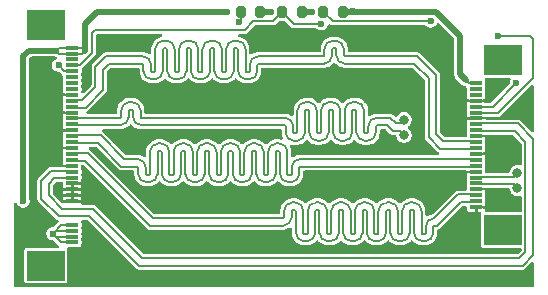
<source format=gtl>
G04 #@! TF.GenerationSoftware,KiCad,Pcbnew,9.0.4-9.0.4-0~ubuntu24.04.1*
G04 #@! TF.CreationDate,2025-08-31T09:26:06-07:00*
G04 #@! TF.ProjectId,2025-mipi-rpi-conv-dsi,32303235-2d6d-4697-9069-2d7270692d63,rev?*
G04 #@! TF.SameCoordinates,Original*
G04 #@! TF.FileFunction,Copper,L1,Top*
G04 #@! TF.FilePolarity,Positive*
%FSLAX46Y46*%
G04 Gerber Fmt 4.6, Leading zero omitted, Abs format (unit mm)*
G04 Created by KiCad (PCBNEW 9.0.4-9.0.4-0~ubuntu24.04.1) date 2025-08-31 09:26:06*
%MOMM*%
%LPD*%
G01*
G04 APERTURE LIST*
G04 Aperture macros list*
%AMRoundRect*
0 Rectangle with rounded corners*
0 $1 Rounding radius*
0 $2 $3 $4 $5 $6 $7 $8 $9 X,Y pos of 4 corners*
0 Add a 4 corners polygon primitive as box body*
4,1,4,$2,$3,$4,$5,$6,$7,$8,$9,$2,$3,0*
0 Add four circle primitives for the rounded corners*
1,1,$1+$1,$2,$3*
1,1,$1+$1,$4,$5*
1,1,$1+$1,$6,$7*
1,1,$1+$1,$8,$9*
0 Add four rect primitives between the rounded corners*
20,1,$1+$1,$2,$3,$4,$5,0*
20,1,$1+$1,$4,$5,$6,$7,0*
20,1,$1+$1,$6,$7,$8,$9,0*
20,1,$1+$1,$8,$9,$2,$3,0*%
G04 Aperture macros list end*
G04 #@! TA.AperFunction,SMDPad,CuDef*
%ADD10RoundRect,0.200000X-0.200000X-0.275000X0.200000X-0.275000X0.200000X0.275000X-0.200000X0.275000X0*%
G04 #@! TD*
G04 #@! TA.AperFunction,SMDPad,CuDef*
%ADD11RoundRect,0.075000X-0.475000X0.075000X-0.475000X-0.075000X0.475000X-0.075000X0.475000X0.075000X0*%
G04 #@! TD*
G04 #@! TA.AperFunction,SMDPad,CuDef*
%ADD12R,3.200000X2.500000*%
G04 #@! TD*
G04 #@! TA.AperFunction,SMDPad,CuDef*
%ADD13RoundRect,0.075000X0.475000X-0.075000X0.475000X0.075000X-0.475000X0.075000X-0.475000X-0.075000X0*%
G04 #@! TD*
G04 #@! TA.AperFunction,ViaPad*
%ADD14C,0.600000*%
G04 #@! TD*
G04 #@! TA.AperFunction,ViaPad*
%ADD15C,0.800000*%
G04 #@! TD*
G04 #@! TA.AperFunction,Conductor*
%ADD16C,0.200000*%
G04 #@! TD*
G04 #@! TA.AperFunction,Conductor*
%ADD17C,0.500000*%
G04 #@! TD*
G04 #@! TA.AperFunction,Conductor*
%ADD18C,0.150000*%
G04 #@! TD*
G04 APERTURE END LIST*
D10*
G04 #@! TO.P,R5,1*
G04 #@! TO.N,/PANEL_LED_PWM*
X92175000Y-88750000D03*
G04 #@! TO.P,R5,2*
G04 #@! TO.N,+3.3V*
X93825000Y-88750000D03*
G04 #@! TD*
G04 #@! TO.P,R4,1*
G04 #@! TO.N,/PANEL_LED_EN*
X95675000Y-88750000D03*
G04 #@! TO.P,R4,2*
G04 #@! TO.N,+3.3V*
X97325000Y-88750000D03*
G04 #@! TD*
D11*
G04 #@! TO.P,J2,1,Pin_1*
G04 #@! TO.N,+3.3V*
X77900000Y-91750000D03*
G04 #@! TO.P,J2,2,Pin_2*
X77900000Y-92250000D03*
G04 #@! TO.P,J2,3,Pin_3*
G04 #@! TO.N,unconnected-(J2-Pin_3-Pad3)*
X77900000Y-92750000D03*
G04 #@! TO.P,J2,4,Pin_4*
G04 #@! TO.N,/PANEL_LED_EN*
X77900000Y-93250000D03*
G04 #@! TO.P,J2,5,Pin_5*
G04 #@! TO.N,/PANEL_LED_PWM*
X77900000Y-93750000D03*
G04 #@! TO.P,J2,6,Pin_6*
G04 #@! TO.N,unconnected-(J2-Pin_6-Pad6)*
X77900000Y-94250000D03*
G04 #@! TO.P,J2,7,Pin_7*
G04 #@! TO.N,unconnected-(J2-Pin_7-Pad7)*
X77900000Y-94750000D03*
G04 #@! TO.P,J2,8,Pin_8*
G04 #@! TO.N,unconnected-(J2-Pin_8-Pad8)*
X77900000Y-95250000D03*
G04 #@! TO.P,J2,9,Pin_9*
G04 #@! TO.N,GND*
X77900000Y-95750000D03*
G04 #@! TO.P,J2,10,Pin_10*
G04 #@! TO.N,/DPHY_D2_P*
X77900000Y-96250000D03*
G04 #@! TO.P,J2,11,Pin_11*
G04 #@! TO.N,/DPHY_D2_N*
X77900000Y-96750000D03*
G04 #@! TO.P,J2,12,Pin_12*
G04 #@! TO.N,GND*
X77900000Y-97250000D03*
G04 #@! TO.P,J2,13,Pin_13*
G04 #@! TO.N,/DPHY_D1_P*
X77900000Y-97750000D03*
G04 #@! TO.P,J2,14,Pin_14*
G04 #@! TO.N,/DPHY_D1_N*
X77900000Y-98250000D03*
G04 #@! TO.P,J2,15,Pin_15*
G04 #@! TO.N,GND*
X77900000Y-98750000D03*
G04 #@! TO.P,J2,16,Pin_16*
G04 #@! TO.N,/DPHY_CLK_P*
X77900000Y-99250000D03*
G04 #@! TO.P,J2,17,Pin_17*
G04 #@! TO.N,/DPHY_CLK_N*
X77900000Y-99750000D03*
G04 #@! TO.P,J2,18,Pin_18*
G04 #@! TO.N,GND*
X77900000Y-100250000D03*
G04 #@! TO.P,J2,19,Pin_19*
G04 #@! TO.N,/DPHY_D0_P*
X77900000Y-100750000D03*
G04 #@! TO.P,J2,20,Pin_20*
G04 #@! TO.N,/DPHY_D0_N*
X77900000Y-101250000D03*
G04 #@! TO.P,J2,21,Pin_21*
G04 #@! TO.N,GND*
X77900000Y-101750000D03*
G04 #@! TO.P,J2,22,Pin_22*
G04 #@! TO.N,/DPHY_D3_P*
X77900000Y-102250000D03*
G04 #@! TO.P,J2,23,Pin_23*
G04 #@! TO.N,/DPHY_D3_N*
X77900000Y-102750000D03*
G04 #@! TO.P,J2,24,Pin_24*
G04 #@! TO.N,GND*
X77900000Y-103250000D03*
G04 #@! TO.P,J2,25,Pin_25*
X77900000Y-103750000D03*
G04 #@! TO.P,J2,26,Pin_26*
X77900000Y-104250000D03*
G04 #@! TO.P,J2,27,Pin_27*
X77900000Y-104750000D03*
G04 #@! TO.P,J2,31,Pin_31*
G04 #@! TO.N,+3.3VA*
X77900000Y-106750000D03*
G04 #@! TO.P,J2,32,Pin_32*
X77900000Y-107250000D03*
G04 #@! TO.P,J2,33,Pin_33*
X77900000Y-107750000D03*
G04 #@! TO.P,J2,34,Pin_34*
X77900000Y-108250000D03*
D12*
G04 #@! TO.P,J2,MP*
G04 #@! TO.N,N/C*
X75650000Y-89800000D03*
X75650000Y-110200000D03*
G04 #@! TD*
D13*
G04 #@! TO.P,J1,1,Pin_1*
G04 #@! TO.N,GND*
X112100000Y-105250000D03*
G04 #@! TO.P,J1,2,Pin_2*
G04 #@! TO.N,/DPHY_D0_N*
X112100000Y-104750000D03*
G04 #@! TO.P,J1,3,Pin_3*
G04 #@! TO.N,/DPHY_D0_P*
X112100000Y-104250000D03*
G04 #@! TO.P,J1,4,Pin_4*
G04 #@! TO.N,GND*
X112100000Y-103750000D03*
G04 #@! TO.P,J1,5,Pin_5*
G04 #@! TO.N,/DPHY_D1_N*
X112100000Y-103250000D03*
G04 #@! TO.P,J1,6,Pin_6*
G04 #@! TO.N,/DPHY_D1_P*
X112100000Y-102750000D03*
G04 #@! TO.P,J1,7,Pin_7*
G04 #@! TO.N,GND*
X112100000Y-102250000D03*
G04 #@! TO.P,J1,8,Pin_8*
G04 #@! TO.N,/DPHY_CLK_N*
X112100000Y-101750000D03*
G04 #@! TO.P,J1,9,Pin_9*
G04 #@! TO.N,/DPHY_CLK_P*
X112100000Y-101250000D03*
G04 #@! TO.P,J1,10,Pin_10*
G04 #@! TO.N,GND*
X112100000Y-100750000D03*
G04 #@! TO.P,J1,11,Pin_11*
G04 #@! TO.N,/DPHY_D2_N*
X112100000Y-100250000D03*
G04 #@! TO.P,J1,12,Pin_12*
G04 #@! TO.N,/DPHY_D2_P*
X112100000Y-99750000D03*
G04 #@! TO.P,J1,13,Pin_13*
G04 #@! TO.N,GND*
X112100000Y-99250000D03*
G04 #@! TO.P,J1,14,Pin_14*
G04 #@! TO.N,/DPHY_D3_N*
X112100000Y-98750000D03*
G04 #@! TO.P,J1,15,Pin_15*
G04 #@! TO.N,/DPHY_D3_P*
X112100000Y-98250000D03*
G04 #@! TO.P,J1,16,Pin_16*
G04 #@! TO.N,GND*
X112100000Y-97750000D03*
G04 #@! TO.P,J1,17,Pin_17*
G04 #@! TO.N,/DPHY_PWR_EN*
X112100000Y-97250000D03*
G04 #@! TO.P,J1,18,Pin_18*
G04 #@! TO.N,/DPHY_LED_EN*
X112100000Y-96750000D03*
G04 #@! TO.P,J1,19,Pin_19*
G04 #@! TO.N,GND*
X112100000Y-96250000D03*
G04 #@! TO.P,J1,20,Pin_20*
G04 #@! TO.N,unconnected-(J1-Pin_20-Pad20)*
X112100000Y-95750000D03*
G04 #@! TO.P,J1,21,Pin_21*
G04 #@! TO.N,unconnected-(J1-Pin_21-Pad21)*
X112100000Y-95250000D03*
G04 #@! TO.P,J1,22,Pin_22*
G04 #@! TO.N,+3.3V*
X112100000Y-94750000D03*
D12*
G04 #@! TO.P,J1,MP*
G04 #@! TO.N,N/C*
X114350000Y-107200000D03*
X114350000Y-92800000D03*
G04 #@! TD*
D10*
G04 #@! TO.P,R3,1*
G04 #@! TO.N,Net-(R1-Pad2)*
X99175000Y-88750000D03*
G04 #@! TO.P,R3,2*
G04 #@! TO.N,+3.3V*
X100825000Y-88750000D03*
G04 #@! TD*
D14*
G04 #@! TO.N,GND*
X99000000Y-100500000D03*
X106000000Y-104000000D03*
X80000000Y-108250000D03*
X114570442Y-97598797D03*
X76000000Y-95750000D03*
X102000000Y-100500000D03*
X110500000Y-106750000D03*
X82500000Y-102750000D03*
X98000000Y-104000000D03*
X88000000Y-111250000D03*
X76000000Y-97250000D03*
X89500000Y-108750000D03*
X106000000Y-111250000D03*
X100000000Y-108750000D03*
X103000000Y-111250000D03*
X92000000Y-104000000D03*
X85000000Y-108750000D03*
X80750000Y-96750000D03*
X96000000Y-91250000D03*
X106500000Y-95000000D03*
X106000000Y-108750000D03*
X91000000Y-99000000D03*
X106500000Y-100500000D03*
X108250000Y-91250000D03*
X98500000Y-111250000D03*
X110500000Y-108750000D03*
X95500000Y-108750000D03*
X76000000Y-98750000D03*
X100000000Y-111250000D03*
X80000000Y-104000000D03*
X102000000Y-104000000D03*
X105000000Y-100500000D03*
X90000000Y-104000000D03*
X97500000Y-95000000D03*
X108000000Y-100500000D03*
X99000000Y-90600003D03*
X83500000Y-95250000D03*
X110500000Y-111250000D03*
X89000000Y-99000000D03*
X109250000Y-92750000D03*
X96000000Y-95000000D03*
X107500000Y-111250000D03*
X83000000Y-99000000D03*
X94000000Y-108750000D03*
X81250000Y-109250000D03*
X76000000Y-101500000D03*
X98500000Y-108750000D03*
X105000000Y-90500000D03*
X113500000Y-111250000D03*
X95000000Y-99000000D03*
X104000000Y-104000000D03*
X110000000Y-95000000D03*
X95000000Y-96500000D03*
X91000000Y-96500000D03*
X103500000Y-95000000D03*
X95500000Y-111250000D03*
X86000000Y-104000000D03*
X103000000Y-108750000D03*
X81000000Y-91000000D03*
X84000000Y-104000000D03*
X95000000Y-91250000D03*
X104500000Y-108750000D03*
X83500000Y-91000000D03*
X82500000Y-106500000D03*
X86500000Y-108750000D03*
X102000000Y-95000000D03*
X101500000Y-111250000D03*
X93000000Y-96500000D03*
X79000000Y-94500000D03*
X86500000Y-111250000D03*
X83750000Y-111250000D03*
X105000000Y-95000000D03*
X87000000Y-96500000D03*
X92500000Y-111250000D03*
X92500000Y-108750000D03*
X93500000Y-91250000D03*
X112000000Y-111250000D03*
X82500000Y-110250000D03*
X100000000Y-104000000D03*
X110000000Y-103000000D03*
X85000000Y-111250000D03*
X94000000Y-104000000D03*
X97500000Y-91250000D03*
X89500000Y-111250000D03*
X100540689Y-90400000D03*
X115000000Y-100750000D03*
X106500000Y-90500000D03*
X94000000Y-111250000D03*
X91000000Y-111250000D03*
X103500000Y-90500000D03*
X89000000Y-96500000D03*
X97000000Y-111250000D03*
X99000000Y-95000000D03*
X97000000Y-108750000D03*
X87000000Y-99000000D03*
X104500000Y-97000000D03*
X85000000Y-99000000D03*
X88000000Y-108750000D03*
X113500000Y-104250000D03*
X100500000Y-95000000D03*
X102000000Y-90250000D03*
X88000000Y-104000000D03*
X108000000Y-104000000D03*
X113750000Y-100000000D03*
X109000000Y-108750000D03*
X81250000Y-105250000D03*
X107500000Y-108750000D03*
X83750000Y-107750000D03*
X80250000Y-91750000D03*
X104500000Y-111250000D03*
X96000000Y-104000000D03*
X82000000Y-91000000D03*
X115000000Y-111250000D03*
X103500000Y-100500000D03*
X97500000Y-100500000D03*
X76000000Y-100250000D03*
X93000000Y-99000000D03*
X110000000Y-96750000D03*
X100500000Y-100500000D03*
X109000000Y-111250000D03*
X91000000Y-108750000D03*
X101500000Y-108750000D03*
X113637277Y-95693483D03*
X82000000Y-95000000D03*
X115250000Y-105000000D03*
X84000000Y-91750000D03*
X85000000Y-96500000D03*
G04 #@! TO.N,+3.3V*
X73750000Y-104750000D03*
X101665380Y-88665380D03*
X91000000Y-88750000D03*
X94750000Y-88750000D03*
X98250000Y-88750000D03*
G04 #@! TO.N,/DPHY_LED_EN*
X115500000Y-94750000D03*
G04 #@! TO.N,/DPHY_PWR_EN*
X114000000Y-90750000D03*
D15*
G04 #@! TO.N,/DPHY_D1_P*
X115600000Y-102350000D03*
X106000000Y-97850000D03*
G04 #@! TO.N,/DPHY_D1_N*
X115600000Y-103650000D03*
X106000000Y-99150000D03*
D14*
G04 #@! TO.N,+3.3VA*
X76250000Y-107500000D03*
G04 #@! TO.N,/PANEL_LED_PWM*
X92000000Y-89600000D03*
X76750000Y-93250000D03*
G04 #@! TO.N,/PANEL_LED_EN*
X99000000Y-89750000D03*
G04 #@! TO.N,Net-(R1-Pad2)*
X108250000Y-89500000D03*
G04 #@! TD*
D16*
G04 #@! TO.N,GND*
X113080760Y-96250000D02*
X113637277Y-95693483D01*
X76250000Y-101750000D02*
X76000000Y-101500000D01*
X77900000Y-100250000D02*
X76000000Y-100250000D01*
X77900000Y-101750000D02*
X76250000Y-101750000D01*
X113000000Y-100750000D02*
X113750000Y-100000000D01*
X77900000Y-97250000D02*
X76000000Y-97250000D01*
X113000000Y-103750000D02*
X113500000Y-104250000D01*
X112100000Y-97750000D02*
X114419239Y-97750000D01*
X112100000Y-100750000D02*
X113000000Y-100750000D01*
X112100000Y-96250000D02*
X113080760Y-96250000D01*
X112100000Y-99250000D02*
X113000000Y-99250000D01*
X112100000Y-102250000D02*
X110750000Y-102250000D01*
X112100000Y-103750000D02*
X113000000Y-103750000D01*
X77900000Y-95750000D02*
X76000000Y-95750000D01*
X114419239Y-97750000D02*
X114570442Y-97598797D01*
X113000000Y-99250000D02*
X113750000Y-100000000D01*
X110750000Y-102250000D02*
X110000000Y-103000000D01*
X77900000Y-98750000D02*
X76000000Y-98750000D01*
D17*
G04 #@! TO.N,+3.3V*
X97325000Y-88750000D02*
X98250000Y-88750000D01*
X111250000Y-94500000D02*
X110750000Y-94000000D01*
X73750000Y-92500000D02*
X74250000Y-92000000D01*
D16*
X76750000Y-91750000D02*
X76500000Y-92000000D01*
D17*
X101750000Y-88750000D02*
X101665380Y-88665380D01*
D16*
X112100000Y-94750000D02*
X111500000Y-94750000D01*
D17*
X91000000Y-88750000D02*
X79972183Y-88750000D01*
D16*
X77900000Y-92250000D02*
X76750000Y-92250000D01*
X78750000Y-92250000D02*
X79000000Y-92000000D01*
X77900000Y-92250000D02*
X78750000Y-92250000D01*
D17*
X73750000Y-104750000D02*
X73750000Y-92500000D01*
X74250000Y-92000000D02*
X76500000Y-92000000D01*
D16*
X79000000Y-92000000D02*
X78750000Y-91750000D01*
D17*
X100825000Y-88750000D02*
X101580760Y-88750000D01*
D16*
X111500000Y-94750000D02*
X111250000Y-94500000D01*
D17*
X110750000Y-90750000D02*
X108750000Y-88750000D01*
X108750000Y-88750000D02*
X101750000Y-88750000D01*
D16*
X78750000Y-91750000D02*
X77900000Y-91750000D01*
D17*
X110750000Y-94000000D02*
X110750000Y-90750000D01*
D16*
X77900000Y-91750000D02*
X76750000Y-91750000D01*
D17*
X93825000Y-88750000D02*
X94750000Y-88750000D01*
X101580760Y-88750000D02*
X101665380Y-88665380D01*
D16*
X76750000Y-92250000D02*
X76500000Y-92000000D01*
D17*
X79000000Y-89722183D02*
X79000000Y-92000000D01*
X79972183Y-88750000D02*
X79000000Y-89722183D01*
D18*
G04 #@! TO.N,/DPHY_D0_N*
X101765380Y-108150000D02*
X101565380Y-108150000D01*
X99765380Y-108150000D02*
X99565380Y-108150000D01*
X78965380Y-101325000D02*
X77975000Y-101325000D01*
X98840380Y-107425000D02*
X98840380Y-105575000D01*
X106840380Y-107425000D02*
X106840380Y-105575000D01*
X104840380Y-107425000D02*
X104840380Y-105575000D01*
X84465380Y-106825000D02*
X78965380Y-101325000D01*
X96840380Y-107425000D02*
X96840380Y-105575000D01*
X112025000Y-104825000D02*
X110834620Y-104825000D01*
X96490380Y-105575000D02*
X96490380Y-106100000D01*
X100765380Y-105500000D02*
X100565380Y-105500000D01*
X77975000Y-101325000D02*
X77900000Y-101250000D01*
X106490380Y-105575000D02*
X106490380Y-107425000D01*
X104765380Y-105500000D02*
X104565380Y-105500000D01*
X96765380Y-105500000D02*
X96565380Y-105500000D01*
X103765380Y-108150000D02*
X103565380Y-108150000D01*
X104490380Y-105575000D02*
X104490380Y-107425000D01*
X106765380Y-105500000D02*
X106565380Y-105500000D01*
X102765380Y-105500000D02*
X102565380Y-105500000D01*
X84465380Y-106825000D02*
X95765380Y-106825000D01*
X100840380Y-107425000D02*
X100840380Y-105575000D01*
X98765380Y-105500000D02*
X98565380Y-105500000D01*
X102840380Y-107425000D02*
X102840380Y-105575000D01*
X107765380Y-108150000D02*
X107565380Y-108150000D01*
X98490380Y-105575000D02*
X98490380Y-107425000D01*
X97765380Y-108150000D02*
X97565380Y-108150000D01*
X108565380Y-106825000D02*
X108834620Y-106825000D01*
X100490380Y-105575000D02*
X100490380Y-107425000D01*
X110834620Y-104825000D02*
X108834620Y-106825000D01*
X102490380Y-105575000D02*
X102490380Y-107425000D01*
X105765380Y-108150000D02*
X105565380Y-108150000D01*
X108490380Y-106900000D02*
X108490380Y-107425000D01*
X112100000Y-104750000D02*
X112025000Y-104825000D01*
X108490380Y-107425000D02*
G75*
G02*
X107765380Y-108149980I-724980J0D01*
G01*
X97565380Y-108150000D02*
G75*
G02*
X96840400Y-107425000I20J725000D01*
G01*
X99565380Y-108150000D02*
G75*
G02*
X98840400Y-107425000I20J725000D01*
G01*
X104840380Y-105575000D02*
G75*
G03*
X104765380Y-105500020I-74980J0D01*
G01*
X105565380Y-108150000D02*
G75*
G02*
X104840400Y-107425000I20J725000D01*
G01*
X106565380Y-105500000D02*
G75*
G03*
X106490400Y-105575000I20J-75000D01*
G01*
X106490380Y-107425000D02*
G75*
G02*
X105765380Y-108149980I-724980J0D01*
G01*
X106840380Y-105575000D02*
G75*
G03*
X106765380Y-105500020I-74980J0D01*
G01*
X102490380Y-107425000D02*
G75*
G02*
X101765380Y-108149980I-724980J0D01*
G01*
X96565380Y-105500000D02*
G75*
G03*
X96490400Y-105575000I20J-75000D01*
G01*
X108565380Y-106825000D02*
G75*
G03*
X108490400Y-106900000I20J-75000D01*
G01*
X98565380Y-105500000D02*
G75*
G03*
X98490400Y-105575000I20J-75000D01*
G01*
X101565380Y-108150000D02*
G75*
G02*
X100840400Y-107425000I20J725000D01*
G01*
X96490380Y-106100000D02*
G75*
G02*
X95765380Y-106824980I-724980J0D01*
G01*
X102840380Y-105575000D02*
G75*
G03*
X102765380Y-105500020I-74980J0D01*
G01*
X98490380Y-107425000D02*
G75*
G02*
X97765380Y-108149980I-724980J0D01*
G01*
X104565380Y-105500000D02*
G75*
G03*
X104490400Y-105575000I20J-75000D01*
G01*
X107565380Y-108150000D02*
G75*
G02*
X106840400Y-107425000I20J725000D01*
G01*
X96840380Y-105575000D02*
G75*
G03*
X96765380Y-105500020I-74980J0D01*
G01*
X104490380Y-107425000D02*
G75*
G02*
X103765380Y-108149980I-724980J0D01*
G01*
X102565380Y-105500000D02*
G75*
G03*
X102490400Y-105575000I20J-75000D01*
G01*
X100840380Y-105575000D02*
G75*
G03*
X100765380Y-105500020I-74980J0D01*
G01*
X100565380Y-105500000D02*
G75*
G03*
X100490400Y-105575000I20J-75000D01*
G01*
X103565380Y-108150000D02*
G75*
G02*
X102840400Y-107425000I20J725000D01*
G01*
X100490380Y-107425000D02*
G75*
G02*
X99765380Y-108149980I-724980J0D01*
G01*
X98840380Y-105575000D02*
G75*
G03*
X98765380Y-105500020I-74980J0D01*
G01*
G04 #@! TO.N,/DPHY_D3_N*
X77900000Y-102750000D02*
X77825000Y-102825000D01*
X116275000Y-99734620D02*
X115365380Y-98825000D01*
X83834620Y-109575000D02*
X115765380Y-109575000D01*
X77825000Y-102825000D02*
X76384620Y-102825000D01*
X116275000Y-109065380D02*
X116275000Y-99734620D01*
X79634620Y-105375000D02*
X83834620Y-109575000D01*
X115765380Y-109575000D02*
X116275000Y-109065380D01*
X115365380Y-98825000D02*
X112175000Y-98825000D01*
X75925000Y-104265380D02*
X77034620Y-105375000D01*
X77034620Y-105375000D02*
X79634620Y-105375000D01*
X76384620Y-102825000D02*
X75925000Y-103284620D01*
X75925000Y-103284620D02*
X75925000Y-104265380D01*
X112175000Y-98825000D02*
X112100000Y-98750000D01*
G04 #@! TO.N,/DPHY_D0_P*
X107765380Y-107500000D02*
X107565380Y-107500000D01*
X107840380Y-106900000D02*
X107840380Y-107425000D01*
X97840380Y-105575000D02*
X97840380Y-107425000D01*
X104765380Y-104850000D02*
X104565380Y-104850000D01*
X77975000Y-100675000D02*
X77900000Y-100750000D01*
X99765380Y-107500000D02*
X99565380Y-107500000D01*
X103490380Y-107425000D02*
X103490380Y-105575000D01*
X103765380Y-107500000D02*
X103565380Y-107500000D01*
X100765380Y-104850000D02*
X100565380Y-104850000D01*
X110565380Y-104175000D02*
X108565380Y-106175000D01*
X84734620Y-106175000D02*
X79234620Y-100675000D01*
X95840380Y-105575000D02*
X95840380Y-106100000D01*
X79234620Y-100675000D02*
X77975000Y-100675000D01*
X97765380Y-107500000D02*
X97565380Y-107500000D01*
X112100000Y-104250000D02*
X112025000Y-104175000D01*
X96765380Y-104850000D02*
X96565380Y-104850000D01*
X99490380Y-107425000D02*
X99490380Y-105575000D01*
X84734620Y-106175000D02*
X95765380Y-106175000D01*
X99840380Y-105575000D02*
X99840380Y-107425000D01*
X101490380Y-107425000D02*
X101490380Y-105575000D01*
X102765380Y-104850000D02*
X102565380Y-104850000D01*
X101765380Y-107500000D02*
X101565380Y-107500000D01*
X103840380Y-105575000D02*
X103840380Y-107425000D01*
X105490380Y-107425000D02*
X105490380Y-105575000D01*
X105840380Y-105575000D02*
X105840380Y-107425000D01*
X97490380Y-107425000D02*
X97490380Y-105575000D01*
X106765380Y-104850000D02*
X106565380Y-104850000D01*
X112025000Y-104175000D02*
X110565380Y-104175000D01*
X105765380Y-107500000D02*
X105565380Y-107500000D01*
X98765380Y-104850000D02*
X98565380Y-104850000D01*
X101840380Y-105575000D02*
X101840380Y-107425000D01*
X107490380Y-107425000D02*
X107490380Y-105575000D01*
X107840380Y-107425000D02*
G75*
G02*
X107765380Y-107499980I-74980J0D01*
G01*
X101565380Y-107500000D02*
G75*
G02*
X101490400Y-107425000I20J75000D01*
G01*
X97490380Y-105575000D02*
G75*
G03*
X96765380Y-104850020I-724980J0D01*
G01*
X105565380Y-107500000D02*
G75*
G02*
X105490400Y-107425000I20J75000D01*
G01*
X99490380Y-105575000D02*
G75*
G03*
X98765380Y-104850020I-724980J0D01*
G01*
X99565380Y-107500000D02*
G75*
G02*
X99490400Y-107425000I20J75000D01*
G01*
X97840380Y-107425000D02*
G75*
G02*
X97765380Y-107499980I-74980J0D01*
G01*
X103565380Y-107500000D02*
G75*
G02*
X103490400Y-107425000I20J75000D01*
G01*
X95840380Y-106100000D02*
G75*
G02*
X95765380Y-106174980I-74980J0D01*
G01*
X107490380Y-105575000D02*
G75*
G03*
X106765380Y-104850020I-724980J0D01*
G01*
X98565380Y-104850000D02*
G75*
G03*
X97840400Y-105575000I20J-725000D01*
G01*
X102565380Y-104850000D02*
G75*
G03*
X101840400Y-105575000I20J-725000D01*
G01*
X107565380Y-107500000D02*
G75*
G02*
X107490400Y-107425000I20J75000D01*
G01*
X97565380Y-107500000D02*
G75*
G02*
X97490400Y-107425000I20J75000D01*
G01*
X104565380Y-104850000D02*
G75*
G03*
X103840400Y-105575000I20J-725000D01*
G01*
X99840380Y-107425000D02*
G75*
G02*
X99765380Y-107499980I-74980J0D01*
G01*
X101840380Y-107425000D02*
G75*
G02*
X101765380Y-107499980I-74980J0D01*
G01*
X100565380Y-104850000D02*
G75*
G03*
X99840400Y-105575000I20J-725000D01*
G01*
X96565380Y-104850000D02*
G75*
G03*
X95840400Y-105575000I20J-725000D01*
G01*
X106565380Y-104850000D02*
G75*
G03*
X105840400Y-105575000I20J-725000D01*
G01*
X105490380Y-105575000D02*
G75*
G03*
X104765380Y-104850020I-724980J0D01*
G01*
X105840380Y-107425000D02*
G75*
G02*
X105765380Y-107499980I-74980J0D01*
G01*
X108565380Y-106175000D02*
G75*
G03*
X107840400Y-106900000I20J-725000D01*
G01*
X103840380Y-107425000D02*
G75*
G02*
X103765380Y-107499980I-74980J0D01*
G01*
X101490380Y-105575000D02*
G75*
G03*
X100765380Y-104850020I-724980J0D01*
G01*
X103490380Y-105575000D02*
G75*
G03*
X102765380Y-104850020I-724980J0D01*
G01*
D16*
G04 #@! TO.N,/DPHY_LED_EN*
X113500000Y-96750000D02*
X115500000Y-94750000D01*
X112100000Y-96750000D02*
X113500000Y-96750000D01*
D18*
G04 #@! TO.N,/DPHY_D2_P*
X86589589Y-91875000D02*
X86589589Y-93725000D01*
X88939589Y-93725000D02*
X88939589Y-91875000D01*
X84939589Y-93725000D02*
X84939589Y-91875000D01*
X77900000Y-96250000D02*
X77975000Y-96175000D01*
X79875000Y-95065380D02*
X79875000Y-93365380D01*
X88589589Y-91875000D02*
X88589589Y-93725000D01*
X84589589Y-93200000D02*
X84589589Y-93725000D01*
X99987997Y-91150000D02*
X100187997Y-91150000D01*
X91664589Y-91150000D02*
X91864589Y-91150000D01*
X88664589Y-93800000D02*
X88864589Y-93800000D01*
X92589589Y-91875000D02*
X92589589Y-93725000D01*
X87664589Y-91150000D02*
X87864589Y-91150000D01*
X100987997Y-92475000D02*
X107134620Y-92475000D01*
X90589589Y-91875000D02*
X90589589Y-93725000D01*
X92939589Y-93725000D02*
X92939589Y-93200000D01*
X99262997Y-92400000D02*
X99262997Y-91875000D01*
X89664589Y-91150000D02*
X89864589Y-91150000D01*
X112025000Y-99675000D02*
X112100000Y-99750000D01*
X92664589Y-93800000D02*
X92864589Y-93800000D01*
X93664589Y-92475000D02*
X99187997Y-92475000D01*
X107134620Y-92475000D02*
X108725000Y-94065380D01*
X86664589Y-93800000D02*
X86864589Y-93800000D01*
X100912997Y-91875000D02*
X100912997Y-92400000D01*
X109334620Y-99675000D02*
X112025000Y-99675000D01*
X108725000Y-99065380D02*
X109334620Y-99675000D01*
X90664589Y-93800000D02*
X90864589Y-93800000D01*
X79875000Y-93365380D02*
X80765380Y-92475000D01*
X108725000Y-94065380D02*
X108725000Y-99065380D01*
X85664589Y-91150000D02*
X85864589Y-91150000D01*
X77975000Y-96175000D02*
X78765380Y-96175000D01*
X84664589Y-93800000D02*
X84864589Y-93800000D01*
X80765380Y-92475000D02*
X83864589Y-92475000D01*
X86939589Y-93725000D02*
X86939589Y-91875000D01*
X78765380Y-96175000D02*
X79875000Y-95065380D01*
X90939589Y-93725000D02*
X90939589Y-91875000D01*
X90864589Y-93800000D02*
G75*
G03*
X90939600Y-93725000I11J75000D01*
G01*
X84939589Y-91875000D02*
G75*
G02*
X85664589Y-91149989I725011J0D01*
G01*
X89864589Y-91150000D02*
G75*
G02*
X90589600Y-91875000I11J-725000D01*
G01*
X84864589Y-93800000D02*
G75*
G03*
X84939600Y-93725000I11J75000D01*
G01*
X85864589Y-91150000D02*
G75*
G02*
X86589600Y-91875000I11J-725000D01*
G01*
X90939589Y-91875000D02*
G75*
G02*
X91664589Y-91149989I725011J0D01*
G01*
X100187997Y-91150000D02*
G75*
G02*
X100913000Y-91875000I3J-725000D01*
G01*
X91864589Y-91150000D02*
G75*
G02*
X92589600Y-91875000I11J-725000D01*
G01*
X83864589Y-92475000D02*
G75*
G02*
X84589600Y-93200000I11J-725000D01*
G01*
X100912997Y-92400000D02*
G75*
G03*
X100987997Y-92475003I75003J0D01*
G01*
X86589589Y-93725000D02*
G75*
G03*
X86664589Y-93800011I75011J0D01*
G01*
X92589589Y-93725000D02*
G75*
G03*
X92664589Y-93800011I75011J0D01*
G01*
X86939589Y-91875000D02*
G75*
G02*
X87664589Y-91149989I725011J0D01*
G01*
X86864589Y-93800000D02*
G75*
G03*
X86939600Y-93725000I11J75000D01*
G01*
X87864589Y-91150000D02*
G75*
G02*
X88589600Y-91875000I11J-725000D01*
G01*
X92864589Y-93800000D02*
G75*
G03*
X92939600Y-93725000I11J75000D01*
G01*
X92939589Y-93200000D02*
G75*
G02*
X93664589Y-92474989I725011J0D01*
G01*
X88864589Y-93800000D02*
G75*
G03*
X88939600Y-93725000I11J75000D01*
G01*
X84589589Y-93725000D02*
G75*
G03*
X84664589Y-93800011I75011J0D01*
G01*
X88589589Y-93725000D02*
G75*
G03*
X88664589Y-93800011I75011J0D01*
G01*
X90589589Y-93725000D02*
G75*
G03*
X90664589Y-93800011I75011J0D01*
G01*
X88939589Y-91875000D02*
G75*
G02*
X89664589Y-91149989I725011J0D01*
G01*
X99262997Y-91875000D02*
G75*
G02*
X99987997Y-91149997I725003J0D01*
G01*
X99187997Y-92475000D02*
G75*
G03*
X99263000Y-92400000I3J75000D01*
G01*
G04 #@! TO.N,/DPHY_CLK_N*
X86210671Y-103150000D02*
X86410671Y-103150000D01*
X87485671Y-100575000D02*
X87485671Y-102425000D01*
X94210671Y-103150000D02*
X94410671Y-103150000D01*
X90210671Y-103150000D02*
X90410671Y-103150000D01*
X89135671Y-102425000D02*
X89135671Y-100575000D01*
X82065380Y-101825000D02*
X83410671Y-101825000D01*
X91485671Y-100575000D02*
X91485671Y-102425000D01*
X95210671Y-100500000D02*
X95410671Y-100500000D01*
X97135671Y-102425000D02*
X97135671Y-101900000D01*
X77900000Y-99750000D02*
X77975000Y-99825000D01*
X91210671Y-100500000D02*
X91410671Y-100500000D01*
X80065380Y-99825000D02*
X82065380Y-101825000D01*
X92210671Y-103150000D02*
X92410671Y-103150000D01*
X93135671Y-102425000D02*
X93135671Y-100575000D01*
X85135671Y-102425000D02*
X85135671Y-100575000D01*
X87135671Y-102425000D02*
X87135671Y-100575000D01*
X85210671Y-100500000D02*
X85410671Y-100500000D01*
X97210671Y-101825000D02*
X112025000Y-101825000D01*
X88210671Y-103150000D02*
X88410671Y-103150000D01*
X87210671Y-100500000D02*
X87410671Y-100500000D01*
X89210671Y-100500000D02*
X89410671Y-100500000D01*
X93485671Y-100575000D02*
X93485671Y-102425000D01*
X95135671Y-102425000D02*
X95135671Y-100575000D01*
X93210671Y-100500000D02*
X93410671Y-100500000D01*
X83485671Y-101900000D02*
X83485671Y-102425000D01*
X95485671Y-100575000D02*
X95485671Y-102425000D01*
X112025000Y-101825000D02*
X112100000Y-101750000D01*
X91135671Y-102425000D02*
X91135671Y-100575000D01*
X89485671Y-100575000D02*
X89485671Y-102425000D01*
X77975000Y-99825000D02*
X80065380Y-99825000D01*
X85485671Y-100575000D02*
X85485671Y-102425000D01*
X84210671Y-103150000D02*
X84410671Y-103150000D01*
X96210671Y-103150000D02*
X96410671Y-103150000D01*
X87135671Y-100575000D02*
G75*
G02*
X87210671Y-100499971I75029J0D01*
G01*
X95135671Y-100575000D02*
G75*
G02*
X95210671Y-100499971I75029J0D01*
G01*
X86410671Y-103150000D02*
G75*
G03*
X87135700Y-102425000I29J725000D01*
G01*
X93410671Y-100500000D02*
G75*
G02*
X93485700Y-100575000I29J-75000D01*
G01*
X84410671Y-103150000D02*
G75*
G03*
X85135700Y-102425000I29J725000D01*
G01*
X85485671Y-102425000D02*
G75*
G03*
X86210671Y-103150029I725029J0D01*
G01*
X91135671Y-100575000D02*
G75*
G02*
X91210671Y-100499971I75029J0D01*
G01*
X83410671Y-101825000D02*
G75*
G02*
X83485700Y-101900000I29J-75000D01*
G01*
X91410671Y-100500000D02*
G75*
G02*
X91485700Y-100575000I29J-75000D01*
G01*
X95410671Y-100500000D02*
G75*
G02*
X95485700Y-100575000I29J-75000D01*
G01*
X83485671Y-102425000D02*
G75*
G03*
X84210671Y-103150029I725029J0D01*
G01*
X92410671Y-103150000D02*
G75*
G03*
X93135700Y-102425000I29J725000D01*
G01*
X94410671Y-103150000D02*
G75*
G03*
X95135700Y-102425000I29J725000D01*
G01*
X96410671Y-103150000D02*
G75*
G03*
X97135700Y-102425000I29J725000D01*
G01*
X87410671Y-100500000D02*
G75*
G02*
X87485700Y-100575000I29J-75000D01*
G01*
X97135671Y-101900000D02*
G75*
G02*
X97210671Y-101824971I75029J0D01*
G01*
X87485671Y-102425000D02*
G75*
G03*
X88210671Y-103150029I725029J0D01*
G01*
X85135671Y-100575000D02*
G75*
G02*
X85210671Y-100499971I75029J0D01*
G01*
X90410671Y-103150000D02*
G75*
G03*
X91135700Y-102425000I29J725000D01*
G01*
X93135671Y-100575000D02*
G75*
G02*
X93210671Y-100499971I75029J0D01*
G01*
X91485671Y-102425000D02*
G75*
G03*
X92210671Y-103150029I725029J0D01*
G01*
X89135671Y-100575000D02*
G75*
G02*
X89210671Y-100499971I75029J0D01*
G01*
X88410671Y-103150000D02*
G75*
G03*
X89135700Y-102425000I29J725000D01*
G01*
X95485671Y-102425000D02*
G75*
G03*
X96210671Y-103150029I725029J0D01*
G01*
X89410671Y-100500000D02*
G75*
G02*
X89485700Y-100575000I29J-75000D01*
G01*
X85410671Y-100500000D02*
G75*
G02*
X85485700Y-100575000I29J-75000D01*
G01*
X89485671Y-102425000D02*
G75*
G03*
X90210671Y-103150029I725029J0D01*
G01*
X93485671Y-102425000D02*
G75*
G03*
X94210671Y-103150029I725029J0D01*
G01*
D16*
G04 #@! TO.N,/DPHY_PWR_EN*
X116649000Y-90750000D02*
X114000000Y-90750000D01*
X116899000Y-91000000D02*
X116649000Y-90750000D01*
X116750000Y-94500000D02*
X116899000Y-94351000D01*
X114000000Y-97250000D02*
X116750000Y-94500000D01*
X116899000Y-94351000D02*
X116899000Y-91000000D01*
X112100000Y-97250000D02*
X114000000Y-97250000D01*
D18*
G04 #@! TO.N,/DPHY_D3_P*
X112175000Y-98175000D02*
X112100000Y-98250000D01*
X77825000Y-102175000D02*
X76115380Y-102175000D01*
X83565380Y-110225000D02*
X116034620Y-110225000D01*
X79365380Y-106025000D02*
X83565380Y-110225000D01*
X76115380Y-102175000D02*
X75275000Y-103015380D01*
X75275000Y-103015380D02*
X75275000Y-104534620D01*
X116925000Y-99465380D02*
X115634620Y-98175000D01*
X75275000Y-104534620D02*
X76765380Y-106025000D01*
X77900000Y-102250000D02*
X77825000Y-102175000D01*
X115634620Y-98175000D02*
X112175000Y-98175000D01*
X116925000Y-109334620D02*
X116925000Y-99465380D01*
X76765380Y-106025000D02*
X79365380Y-106025000D01*
X116034620Y-110225000D02*
X116925000Y-109334620D01*
G04 #@! TO.N,/DPHY_D1_P*
X96622670Y-98400000D02*
X96622670Y-98925000D01*
X115275000Y-102675000D02*
X112175000Y-102675000D01*
X77975000Y-97675000D02*
X77900000Y-97750000D01*
X102622670Y-97075000D02*
X102622670Y-98925000D01*
X82973886Y-96350000D02*
X82773886Y-96350000D01*
X98972670Y-98925000D02*
X98972670Y-97075000D01*
X100622670Y-97075000D02*
X100622670Y-98925000D01*
X104834620Y-97675000D02*
X105334620Y-98175000D01*
X97697670Y-96350000D02*
X97897670Y-96350000D01*
X82048886Y-97075000D02*
X82048886Y-97600000D01*
X98622670Y-97075000D02*
X98622670Y-98925000D01*
X100697670Y-99000000D02*
X100897670Y-99000000D01*
X83698886Y-97600000D02*
X83698886Y-97075000D01*
X101697670Y-96350000D02*
X101897670Y-96350000D01*
X99697670Y-96350000D02*
X99897670Y-96350000D01*
X96972670Y-98925000D02*
X96972670Y-97075000D01*
X115600000Y-102350000D02*
X115275000Y-102675000D01*
X112175000Y-102675000D02*
X112100000Y-102750000D01*
X77975000Y-97675000D02*
X81973886Y-97675000D01*
X102972670Y-98925000D02*
X102972670Y-98400000D01*
X102697670Y-99000000D02*
X102897670Y-99000000D01*
X98697670Y-99000000D02*
X98897670Y-99000000D01*
X105334620Y-98175000D02*
X105675000Y-98175000D01*
X100972670Y-98925000D02*
X100972670Y-97075000D01*
X105675000Y-98175000D02*
X106000000Y-97850000D01*
X103697670Y-97675000D02*
X104834620Y-97675000D01*
X95897670Y-97675000D02*
X83773886Y-97675000D01*
X96697670Y-99000000D02*
X96897670Y-99000000D01*
X100622670Y-98925000D02*
G75*
G03*
X100697670Y-99000030I75030J0D01*
G01*
X102622670Y-98925000D02*
G75*
G03*
X102697670Y-99000030I75030J0D01*
G01*
X100897670Y-99000000D02*
G75*
G03*
X100972700Y-98925000I30J75000D01*
G01*
X96622670Y-98925000D02*
G75*
G03*
X96697670Y-99000030I75030J0D01*
G01*
X96897670Y-99000000D02*
G75*
G03*
X96972700Y-98925000I30J75000D01*
G01*
X83698886Y-97075000D02*
G75*
G03*
X82973886Y-96350014I-724986J0D01*
G01*
X102972670Y-98400000D02*
G75*
G02*
X103697670Y-97674970I725030J0D01*
G01*
X82048886Y-97600000D02*
G75*
G02*
X81973886Y-97674986I-74986J0D01*
G01*
X101897670Y-96350000D02*
G75*
G02*
X102622700Y-97075000I30J-725000D01*
G01*
X98972670Y-97075000D02*
G75*
G02*
X99697670Y-96349970I725030J0D01*
G01*
X99897670Y-96350000D02*
G75*
G02*
X100622700Y-97075000I30J-725000D01*
G01*
X96972670Y-97075000D02*
G75*
G02*
X97697670Y-96349970I725030J0D01*
G01*
X82773886Y-96350000D02*
G75*
G03*
X82048900Y-97075000I14J-725000D01*
G01*
X100972670Y-97075000D02*
G75*
G02*
X101697670Y-96349970I725030J0D01*
G01*
X102897670Y-99000000D02*
G75*
G03*
X102972700Y-98925000I30J75000D01*
G01*
X98622670Y-98925000D02*
G75*
G03*
X98697670Y-99000030I75030J0D01*
G01*
X98897670Y-99000000D02*
G75*
G03*
X98972700Y-98925000I30J75000D01*
G01*
X95897670Y-97675000D02*
G75*
G02*
X96622700Y-98400000I30J-725000D01*
G01*
X97897670Y-96350000D02*
G75*
G02*
X98622700Y-97075000I30J-725000D01*
G01*
X83773886Y-97675000D02*
G75*
G02*
X83698900Y-97600000I14J75000D01*
G01*
G04 #@! TO.N,/DPHY_D2_N*
X112025000Y-100325000D02*
X112100000Y-100250000D01*
X88664589Y-94450000D02*
X88864589Y-94450000D01*
X89664589Y-91800000D02*
X89864589Y-91800000D01*
X108075000Y-94334620D02*
X108075000Y-99334620D01*
X77975000Y-96825000D02*
X79034620Y-96825000D01*
X80525000Y-95334620D02*
X80525000Y-93634620D01*
X99987997Y-91800000D02*
X100187997Y-91800000D01*
X85589589Y-93725000D02*
X85589589Y-91875000D01*
X93664589Y-93125000D02*
X99187997Y-93125000D01*
X89939589Y-91875000D02*
X89939589Y-93725000D01*
X90664589Y-94450000D02*
X90864589Y-94450000D01*
X85939589Y-91875000D02*
X85939589Y-93725000D01*
X100987997Y-93125000D02*
X106865380Y-93125000D01*
X92664589Y-94450000D02*
X92864589Y-94450000D01*
X86664589Y-94450000D02*
X86864589Y-94450000D01*
X87664589Y-91800000D02*
X87864589Y-91800000D01*
X91664589Y-91800000D02*
X91864589Y-91800000D01*
X81034620Y-93125000D02*
X83864589Y-93125000D01*
X93589589Y-93725000D02*
X93589589Y-93200000D01*
X87589589Y-93725000D02*
X87589589Y-91875000D01*
X84664589Y-94450000D02*
X84864589Y-94450000D01*
X89589589Y-93725000D02*
X89589589Y-91875000D01*
X100262997Y-91875000D02*
X100262997Y-92400000D01*
X83939589Y-93200000D02*
X83939589Y-93725000D01*
X91939589Y-91875000D02*
X91939589Y-93725000D01*
X77900000Y-96750000D02*
X77975000Y-96825000D01*
X87939589Y-91875000D02*
X87939589Y-93725000D01*
X99912997Y-92400000D02*
X99912997Y-91875000D01*
X80525000Y-93634620D02*
X81034620Y-93125000D01*
X108075000Y-99334620D02*
X109065380Y-100325000D01*
X91589589Y-93725000D02*
X91589589Y-91875000D01*
X85664589Y-91800000D02*
X85864589Y-91800000D01*
X106865380Y-93125000D02*
X108075000Y-94334620D01*
X79034620Y-96825000D02*
X80525000Y-95334620D01*
X109065380Y-100325000D02*
X112025000Y-100325000D01*
X90864589Y-94450000D02*
G75*
G03*
X91589600Y-93725000I11J725000D01*
G01*
X83864589Y-93125000D02*
G75*
G02*
X83939600Y-93200000I11J-75000D01*
G01*
X87589589Y-91875000D02*
G75*
G02*
X87664589Y-91799989I75011J0D01*
G01*
X89864589Y-91800000D02*
G75*
G02*
X89939600Y-91875000I11J-75000D01*
G01*
X99187997Y-93125000D02*
G75*
G03*
X99913000Y-92400000I3J725000D01*
G01*
X85864589Y-91800000D02*
G75*
G02*
X85939600Y-91875000I11J-75000D01*
G01*
X85589589Y-91875000D02*
G75*
G02*
X85664589Y-91799989I75011J0D01*
G01*
X89939589Y-93725000D02*
G75*
G03*
X90664589Y-94450011I725011J0D01*
G01*
X87939589Y-93725000D02*
G75*
G03*
X88664589Y-94450011I725011J0D01*
G01*
X86864589Y-94450000D02*
G75*
G03*
X87589600Y-93725000I11J725000D01*
G01*
X85939589Y-93725000D02*
G75*
G03*
X86664589Y-94450011I725011J0D01*
G01*
X93589589Y-93200000D02*
G75*
G02*
X93664589Y-93124989I75011J0D01*
G01*
X100187997Y-91800000D02*
G75*
G02*
X100263000Y-91875000I3J-75000D01*
G01*
X92864589Y-94450000D02*
G75*
G03*
X93589600Y-93725000I11J725000D01*
G01*
X87864589Y-91800000D02*
G75*
G02*
X87939600Y-91875000I11J-75000D01*
G01*
X100262997Y-92400000D02*
G75*
G03*
X100987997Y-93125003I725003J0D01*
G01*
X91589589Y-91875000D02*
G75*
G02*
X91664589Y-91799989I75011J0D01*
G01*
X89589589Y-91875000D02*
G75*
G02*
X89664589Y-91799989I75011J0D01*
G01*
X99912997Y-91875000D02*
G75*
G02*
X99987997Y-91799997I75003J0D01*
G01*
X83939589Y-93725000D02*
G75*
G03*
X84664589Y-94450011I725011J0D01*
G01*
X88864589Y-94450000D02*
G75*
G03*
X89589600Y-93725000I11J725000D01*
G01*
X91939589Y-93725000D02*
G75*
G03*
X92664589Y-94450011I725011J0D01*
G01*
X84864589Y-94450000D02*
G75*
G03*
X85589600Y-93725000I11J725000D01*
G01*
X91864589Y-91800000D02*
G75*
G02*
X91939600Y-91875000I11J-75000D01*
G01*
G04 #@! TO.N,/DPHY_CLK_P*
X84135671Y-101900000D02*
X84135671Y-102425000D01*
X88485671Y-102425000D02*
X88485671Y-100575000D01*
X88135671Y-100575000D02*
X88135671Y-102425000D01*
X90485671Y-102425000D02*
X90485671Y-100575000D01*
X97210671Y-101175000D02*
X112025000Y-101175000D01*
X94135671Y-100575000D02*
X94135671Y-102425000D01*
X84210671Y-102500000D02*
X84410671Y-102500000D01*
X80334620Y-99175000D02*
X82334620Y-101175000D01*
X86210671Y-102500000D02*
X86410671Y-102500000D01*
X87210671Y-99850000D02*
X87410671Y-99850000D01*
X95210671Y-99850000D02*
X95410671Y-99850000D01*
X82334620Y-101175000D02*
X83410671Y-101175000D01*
X77900000Y-99250000D02*
X77975000Y-99175000D01*
X86135671Y-100575000D02*
X86135671Y-102425000D01*
X96135671Y-100575000D02*
X96135671Y-102425000D01*
X89210671Y-99850000D02*
X89410671Y-99850000D01*
X92485671Y-102425000D02*
X92485671Y-100575000D01*
X86485671Y-102425000D02*
X86485671Y-100575000D01*
X91210671Y-99850000D02*
X91410671Y-99850000D01*
X90135671Y-100575000D02*
X90135671Y-102425000D01*
X84485671Y-102425000D02*
X84485671Y-100575000D01*
X94210671Y-102500000D02*
X94410671Y-102500000D01*
X93210671Y-99850000D02*
X93410671Y-99850000D01*
X77975000Y-99175000D02*
X80334620Y-99175000D01*
X112025000Y-101175000D02*
X112100000Y-101250000D01*
X96485671Y-102425000D02*
X96485671Y-101900000D01*
X92135671Y-100575000D02*
X92135671Y-102425000D01*
X88210671Y-102500000D02*
X88410671Y-102500000D01*
X96210671Y-102500000D02*
X96410671Y-102500000D01*
X92210671Y-102500000D02*
X92410671Y-102500000D01*
X94485671Y-102425000D02*
X94485671Y-100575000D01*
X90210671Y-102500000D02*
X90410671Y-102500000D01*
X85210671Y-99850000D02*
X85410671Y-99850000D01*
X86410671Y-102500000D02*
G75*
G03*
X86485700Y-102425000I29J75000D01*
G01*
X96135671Y-102425000D02*
G75*
G03*
X96210671Y-102500029I75029J0D01*
G01*
X94135671Y-102425000D02*
G75*
G03*
X94210671Y-102500029I75029J0D01*
G01*
X94410671Y-102500000D02*
G75*
G03*
X94485700Y-102425000I29J75000D01*
G01*
X84135671Y-102425000D02*
G75*
G03*
X84210671Y-102500029I75029J0D01*
G01*
X83410671Y-101175000D02*
G75*
G02*
X84135700Y-101900000I29J-725000D01*
G01*
X90135671Y-102425000D02*
G75*
G03*
X90210671Y-102500029I75029J0D01*
G01*
X92135671Y-102425000D02*
G75*
G03*
X92210671Y-102500029I75029J0D01*
G01*
X92410671Y-102500000D02*
G75*
G03*
X92485700Y-102425000I29J75000D01*
G01*
X84410671Y-102500000D02*
G75*
G03*
X84485700Y-102425000I29J75000D01*
G01*
X88410671Y-102500000D02*
G75*
G03*
X88485700Y-102425000I29J75000D01*
G01*
X88485671Y-100575000D02*
G75*
G02*
X89210671Y-99849971I725029J0D01*
G01*
X86485671Y-100575000D02*
G75*
G02*
X87210671Y-99849971I725029J0D01*
G01*
X88135671Y-102425000D02*
G75*
G03*
X88210671Y-102500029I75029J0D01*
G01*
X94485671Y-100575000D02*
G75*
G02*
X95210671Y-99849971I725029J0D01*
G01*
X89410671Y-99850000D02*
G75*
G02*
X90135700Y-100575000I29J-725000D01*
G01*
X87410671Y-99850000D02*
G75*
G02*
X88135700Y-100575000I29J-725000D01*
G01*
X93410671Y-99850000D02*
G75*
G02*
X94135700Y-100575000I29J-725000D01*
G01*
X85410671Y-99850000D02*
G75*
G02*
X86135700Y-100575000I29J-725000D01*
G01*
X90485671Y-100575000D02*
G75*
G02*
X91210671Y-99849971I725029J0D01*
G01*
X92485671Y-100575000D02*
G75*
G02*
X93210671Y-99849971I725029J0D01*
G01*
X90410671Y-102500000D02*
G75*
G03*
X90485700Y-102425000I29J75000D01*
G01*
X84485671Y-100575000D02*
G75*
G02*
X85210671Y-99849971I725029J0D01*
G01*
X95410671Y-99850000D02*
G75*
G02*
X96135700Y-100575000I29J-725000D01*
G01*
X96410671Y-102500000D02*
G75*
G03*
X96485700Y-102425000I29J75000D01*
G01*
X96485671Y-101900000D02*
G75*
G02*
X97210671Y-101174971I725029J0D01*
G01*
X86135671Y-102425000D02*
G75*
G03*
X86210671Y-102500029I75029J0D01*
G01*
X91410671Y-99850000D02*
G75*
G02*
X92135700Y-100575000I29J-725000D01*
G01*
G04 #@! TO.N,/DPHY_D1_N*
X83048886Y-97600000D02*
X83048886Y-97075000D01*
X99697670Y-97000000D02*
X99897670Y-97000000D01*
X82698886Y-97075000D02*
X82698886Y-97600000D01*
X98697670Y-99650000D02*
X98897670Y-99650000D01*
X101697670Y-97000000D02*
X101897670Y-97000000D01*
X100697670Y-99650000D02*
X100897670Y-99650000D01*
X101622670Y-98925000D02*
X101622670Y-97075000D01*
X103697670Y-98325000D02*
X104565380Y-98325000D01*
X115600000Y-103650000D02*
X115275000Y-103325000D01*
X105675000Y-98825000D02*
X106000000Y-99150000D01*
X99622670Y-98925000D02*
X99622670Y-97075000D01*
X95972670Y-98400000D02*
X95972670Y-98925000D01*
X77975000Y-98325000D02*
X77900000Y-98250000D01*
X97972670Y-97075000D02*
X97972670Y-98925000D01*
X82973886Y-97000000D02*
X82773886Y-97000000D01*
X102697670Y-99650000D02*
X102897670Y-99650000D01*
X96697670Y-99650000D02*
X96897670Y-99650000D01*
X101972670Y-97075000D02*
X101972670Y-98925000D01*
X112175000Y-103325000D02*
X112100000Y-103250000D01*
X95897670Y-98325000D02*
X83773886Y-98325000D01*
X97697670Y-97000000D02*
X97897670Y-97000000D01*
X103622670Y-98925000D02*
X103622670Y-98400000D01*
X77975000Y-98325000D02*
X81973886Y-98325000D01*
X115275000Y-103325000D02*
X112175000Y-103325000D01*
X105065380Y-98825000D02*
X105675000Y-98825000D01*
X97622670Y-98925000D02*
X97622670Y-97075000D01*
X99972670Y-97075000D02*
X99972670Y-98925000D01*
X104565380Y-98325000D02*
X105065380Y-98825000D01*
X99897670Y-97000000D02*
G75*
G02*
X99972700Y-97075000I30J-75000D01*
G01*
X83048886Y-97075000D02*
G75*
G03*
X82973886Y-97000014I-74986J0D01*
G01*
X83773886Y-98325000D02*
G75*
G02*
X83048900Y-97600000I14J725000D01*
G01*
X97622670Y-97075000D02*
G75*
G02*
X97697670Y-96999970I75030J0D01*
G01*
X102897670Y-99650000D02*
G75*
G03*
X103622700Y-98925000I30J725000D01*
G01*
X101897670Y-97000000D02*
G75*
G02*
X101972700Y-97075000I30J-75000D01*
G01*
X101972670Y-98925000D02*
G75*
G03*
X102697670Y-99650030I725030J0D01*
G01*
X82698886Y-97600000D02*
G75*
G02*
X81973886Y-98324986I-724986J0D01*
G01*
X95897670Y-98325000D02*
G75*
G02*
X95972700Y-98400000I30J-75000D01*
G01*
X97897670Y-97000000D02*
G75*
G02*
X97972700Y-97075000I30J-75000D01*
G01*
X99972670Y-98925000D02*
G75*
G03*
X100697670Y-99650030I725030J0D01*
G01*
X103622670Y-98400000D02*
G75*
G02*
X103697670Y-98324970I75030J0D01*
G01*
X97972670Y-98925000D02*
G75*
G03*
X98697670Y-99650030I725030J0D01*
G01*
X82773886Y-97000000D02*
G75*
G03*
X82698900Y-97075000I14J-75000D01*
G01*
X101622670Y-97075000D02*
G75*
G02*
X101697670Y-96999970I75030J0D01*
G01*
X95972670Y-98925000D02*
G75*
G03*
X96697670Y-99650030I725030J0D01*
G01*
X96897670Y-99650000D02*
G75*
G03*
X97622700Y-98925000I30J725000D01*
G01*
X98897670Y-99650000D02*
G75*
G03*
X99622700Y-98925000I30J725000D01*
G01*
X99622670Y-97075000D02*
G75*
G02*
X99697670Y-96999970I75030J0D01*
G01*
X100897670Y-99650000D02*
G75*
G03*
X101622700Y-98925000I30J725000D01*
G01*
D16*
G04 #@! TO.N,+3.3VA*
X77900000Y-106750000D02*
X77000000Y-106750000D01*
X77900000Y-107750000D02*
X76500000Y-107750000D01*
X77900000Y-107250000D02*
X76500000Y-107250000D01*
X77000000Y-108250000D02*
X76250000Y-107500000D01*
X76500000Y-107250000D02*
X76250000Y-107500000D01*
X77000000Y-106750000D02*
X76250000Y-107500000D01*
X76500000Y-107750000D02*
X76250000Y-107500000D01*
X77900000Y-108250000D02*
X77000000Y-108250000D01*
G04 #@! TO.N,/PANEL_LED_PWM*
X92175000Y-88750000D02*
X92175000Y-89425000D01*
X92175000Y-89425000D02*
X92000000Y-89600000D01*
X77250000Y-93750000D02*
X76750000Y-93250000D01*
X77900000Y-93750000D02*
X77250000Y-93750000D01*
G04 #@! TO.N,/PANEL_LED_EN*
X94899000Y-89526000D02*
X95675000Y-88750000D01*
X95675000Y-88750000D02*
X96675000Y-89750000D01*
X96675000Y-89750000D02*
X99000000Y-89750000D01*
X92500000Y-90250000D02*
X79801000Y-90250000D01*
X94899000Y-89526000D02*
X93224000Y-89526000D01*
X93224000Y-89526000D02*
X92500000Y-90250000D01*
X79801000Y-90250000D02*
X79551000Y-90500000D01*
X77900000Y-93250000D02*
X78529232Y-93250000D01*
X79551000Y-92228232D02*
X79551000Y-90500000D01*
X78529232Y-93250000D02*
X79551000Y-92228232D01*
G04 #@! TO.N,Net-(R1-Pad2)*
X108224000Y-89526000D02*
X108250000Y-89500000D01*
X99951000Y-89526000D02*
X108224000Y-89526000D01*
X99175000Y-88750000D02*
X99951000Y-89526000D01*
G04 #@! TD*
G04 #@! TA.AperFunction,Conductor*
G04 #@! TO.N,GND*
G36*
X76474909Y-92506745D02*
G01*
X76497020Y-92508336D01*
X76516400Y-92518928D01*
X76520679Y-92520185D01*
X76527592Y-92525045D01*
X76527990Y-92525263D01*
X76534338Y-92530019D01*
X76534788Y-92530469D01*
X76535444Y-92530848D01*
X76541376Y-92535292D01*
X76558034Y-92557563D01*
X76577232Y-92577691D01*
X76578671Y-92585154D01*
X76583225Y-92591242D01*
X76585198Y-92618989D01*
X76590466Y-92646296D01*
X76587642Y-92653351D01*
X76588182Y-92660936D01*
X76574841Y-92685344D01*
X76564509Y-92711165D01*
X76558317Y-92715575D01*
X76554672Y-92722245D01*
X76529027Y-92741916D01*
X76411985Y-92809491D01*
X76411982Y-92809493D01*
X76309493Y-92911982D01*
X76309488Y-92911988D01*
X76237017Y-93037511D01*
X76237016Y-93037515D01*
X76199500Y-93177525D01*
X76199500Y-93322475D01*
X76234488Y-93453049D01*
X76237017Y-93462488D01*
X76309488Y-93588011D01*
X76309490Y-93588013D01*
X76309491Y-93588015D01*
X76411985Y-93690509D01*
X76411986Y-93690510D01*
X76411988Y-93690511D01*
X76537511Y-93762982D01*
X76537512Y-93762982D01*
X76537515Y-93762984D01*
X76677525Y-93800500D01*
X76753456Y-93800500D01*
X76820495Y-93820185D01*
X76841137Y-93836819D01*
X77034788Y-94030470D01*
X77037499Y-94032035D01*
X77039329Y-94033954D01*
X77041239Y-94035420D01*
X77041010Y-94035717D01*
X77085715Y-94082602D01*
X77099500Y-94139422D01*
X77099500Y-94363131D01*
X77099501Y-94363138D01*
X77105741Y-94410545D01*
X77123018Y-94447596D01*
X77133509Y-94516673D01*
X77123018Y-94552402D01*
X77105742Y-94589451D01*
X77105740Y-94589458D01*
X77099500Y-94636859D01*
X77099500Y-94863131D01*
X77099501Y-94863138D01*
X77105741Y-94910545D01*
X77123018Y-94947596D01*
X77133509Y-95016673D01*
X77123018Y-95052402D01*
X77105742Y-95089451D01*
X77105740Y-95089458D01*
X77099500Y-95136859D01*
X77099500Y-95363132D01*
X77099501Y-95363138D01*
X77105741Y-95410545D01*
X77105742Y-95410547D01*
X77105742Y-95410548D01*
X77123293Y-95448185D01*
X77133785Y-95517262D01*
X77123294Y-95552994D01*
X77106230Y-95589587D01*
X77101568Y-95624998D01*
X77101570Y-95625000D01*
X77270664Y-95625000D01*
X77279349Y-95627550D01*
X77288311Y-95626262D01*
X77323036Y-95636603D01*
X77323590Y-95636861D01*
X77325181Y-95637602D01*
X77330988Y-95642713D01*
X77337703Y-95644685D01*
X77352066Y-95661261D01*
X77377633Y-95683759D01*
X77380614Y-95694207D01*
X77383458Y-95697489D01*
X77389578Y-95725623D01*
X77396804Y-95750946D01*
X77376608Y-95817834D01*
X77325266Y-95862356D01*
X77323122Y-95863357D01*
X77322526Y-95863489D01*
X77322175Y-95863794D01*
X77319273Y-95864211D01*
X77270664Y-95875000D01*
X77101570Y-95875000D01*
X77101568Y-95875001D01*
X77106230Y-95910413D01*
X77106231Y-95910414D01*
X77123293Y-95947004D01*
X77133785Y-96016082D01*
X77123293Y-96051814D01*
X77105742Y-96089451D01*
X77105740Y-96089458D01*
X77099500Y-96136859D01*
X77099500Y-96363131D01*
X77099501Y-96363138D01*
X77105741Y-96410545D01*
X77123018Y-96447596D01*
X77133509Y-96516673D01*
X77123018Y-96552402D01*
X77105742Y-96589451D01*
X77105740Y-96589458D01*
X77099500Y-96636859D01*
X77099500Y-96863132D01*
X77099501Y-96863138D01*
X77105741Y-96910545D01*
X77105742Y-96910547D01*
X77105742Y-96910548D01*
X77123293Y-96948185D01*
X77133785Y-97017262D01*
X77123294Y-97052994D01*
X77106230Y-97089587D01*
X77101568Y-97124998D01*
X77101570Y-97125000D01*
X77270664Y-97125000D01*
X77279349Y-97127550D01*
X77288311Y-97126262D01*
X77323036Y-97136603D01*
X77323590Y-97136861D01*
X77325181Y-97137602D01*
X77330988Y-97142713D01*
X77337703Y-97144685D01*
X77352066Y-97161261D01*
X77377633Y-97183759D01*
X77380614Y-97194207D01*
X77383458Y-97197489D01*
X77389578Y-97225623D01*
X77396804Y-97250946D01*
X77376608Y-97317834D01*
X77325266Y-97362356D01*
X77323122Y-97363357D01*
X77322526Y-97363489D01*
X77322175Y-97363794D01*
X77319273Y-97364211D01*
X77270664Y-97375000D01*
X77101570Y-97375000D01*
X77101568Y-97375001D01*
X77106230Y-97410413D01*
X77106231Y-97410414D01*
X77123293Y-97447004D01*
X77133785Y-97516082D01*
X77123293Y-97551814D01*
X77105742Y-97589451D01*
X77105740Y-97589458D01*
X77099500Y-97636859D01*
X77099500Y-97863131D01*
X77099501Y-97863138D01*
X77105741Y-97910545D01*
X77123018Y-97947596D01*
X77133509Y-98016673D01*
X77123018Y-98052402D01*
X77105742Y-98089451D01*
X77105740Y-98089458D01*
X77099500Y-98136859D01*
X77099500Y-98363132D01*
X77099501Y-98363138D01*
X77105741Y-98410545D01*
X77105742Y-98410547D01*
X77105742Y-98410548D01*
X77123293Y-98448185D01*
X77133785Y-98517262D01*
X77123294Y-98552994D01*
X77106230Y-98589587D01*
X77101568Y-98624998D01*
X77101570Y-98625000D01*
X77270664Y-98625000D01*
X77279349Y-98627550D01*
X77288311Y-98626262D01*
X77323036Y-98636603D01*
X77323590Y-98636861D01*
X77325181Y-98637602D01*
X77330988Y-98642713D01*
X77337703Y-98644685D01*
X77352066Y-98661261D01*
X77377633Y-98683759D01*
X77380614Y-98694207D01*
X77383458Y-98697489D01*
X77389578Y-98725623D01*
X77396804Y-98750946D01*
X77376608Y-98817834D01*
X77325266Y-98862356D01*
X77323122Y-98863357D01*
X77322526Y-98863489D01*
X77322175Y-98863794D01*
X77319273Y-98864211D01*
X77270664Y-98875000D01*
X77101570Y-98875000D01*
X77101568Y-98875001D01*
X77106230Y-98910413D01*
X77106231Y-98910414D01*
X77123293Y-98947004D01*
X77133785Y-99016082D01*
X77123293Y-99051814D01*
X77105742Y-99089451D01*
X77105740Y-99089458D01*
X77099500Y-99136859D01*
X77099500Y-99363131D01*
X77099501Y-99363138D01*
X77105741Y-99410545D01*
X77123018Y-99447596D01*
X77133509Y-99516673D01*
X77123018Y-99552402D01*
X77105742Y-99589451D01*
X77105740Y-99589458D01*
X77099500Y-99636859D01*
X77099500Y-99863132D01*
X77099501Y-99863138D01*
X77105741Y-99910545D01*
X77105742Y-99910547D01*
X77105742Y-99910548D01*
X77123293Y-99948185D01*
X77133785Y-100017262D01*
X77123294Y-100052994D01*
X77106230Y-100089587D01*
X77101568Y-100124998D01*
X77101570Y-100125000D01*
X77270664Y-100125000D01*
X77279349Y-100127550D01*
X77288311Y-100126262D01*
X77323036Y-100136603D01*
X77323592Y-100136862D01*
X77325181Y-100137602D01*
X77330988Y-100142713D01*
X77337703Y-100144685D01*
X77352066Y-100161261D01*
X77377633Y-100183759D01*
X77380614Y-100194207D01*
X77383458Y-100197489D01*
X77389578Y-100225623D01*
X77396804Y-100250946D01*
X77376608Y-100317834D01*
X77325266Y-100362356D01*
X77323122Y-100363357D01*
X77322526Y-100363489D01*
X77322175Y-100363794D01*
X77319273Y-100364211D01*
X77270664Y-100375000D01*
X77101570Y-100375000D01*
X77101568Y-100375001D01*
X77106230Y-100410413D01*
X77106231Y-100410414D01*
X77123293Y-100447004D01*
X77133785Y-100516082D01*
X77123293Y-100551814D01*
X77105742Y-100589451D01*
X77105740Y-100589458D01*
X77099500Y-100636859D01*
X77099500Y-100863131D01*
X77099501Y-100863138D01*
X77105741Y-100910545D01*
X77123018Y-100947596D01*
X77133509Y-101016673D01*
X77123018Y-101052402D01*
X77105742Y-101089451D01*
X77105740Y-101089458D01*
X77099500Y-101136859D01*
X77099500Y-101363132D01*
X77099501Y-101363138D01*
X77105741Y-101410545D01*
X77105742Y-101410547D01*
X77105742Y-101410548D01*
X77123293Y-101448185D01*
X77134676Y-101492960D01*
X77148542Y-101717870D01*
X77141933Y-101746871D01*
X77137876Y-101776338D01*
X77134256Y-101780565D01*
X77133020Y-101785993D01*
X77111779Y-101806820D01*
X77092437Y-101829414D01*
X77087106Y-101831013D01*
X77083132Y-101834911D01*
X77054006Y-101840947D01*
X77025516Y-101849498D01*
X77024777Y-101849500D01*
X76072527Y-101849500D01*
X75989741Y-101871682D01*
X75989738Y-101871683D01*
X75952630Y-101893107D01*
X75952630Y-101893108D01*
X75933327Y-101904253D01*
X75915518Y-101914535D01*
X75915515Y-101914537D01*
X75014537Y-102815515D01*
X75014533Y-102815521D01*
X74982701Y-102870655D01*
X74971682Y-102889741D01*
X74971682Y-102889742D01*
X74949500Y-102972527D01*
X74949500Y-104491767D01*
X74949500Y-104577473D01*
X74952746Y-104589587D01*
X74971682Y-104660260D01*
X74993108Y-104697370D01*
X75014535Y-104734482D01*
X76504913Y-106224859D01*
X76504915Y-106224862D01*
X76565518Y-106285465D01*
X76633193Y-106324537D01*
X76639742Y-106328318D01*
X76640128Y-106328421D01*
X76640129Y-106328422D01*
X76649715Y-106330990D01*
X76658048Y-106333223D01*
X76717709Y-106369586D01*
X76748240Y-106432433D01*
X76739946Y-106501808D01*
X76713638Y-106540679D01*
X76341137Y-106913181D01*
X76279814Y-106946666D01*
X76253456Y-106949500D01*
X76177525Y-106949500D01*
X76051286Y-106983326D01*
X76037511Y-106987017D01*
X75911988Y-107059488D01*
X75911982Y-107059493D01*
X75809493Y-107161982D01*
X75809488Y-107161988D01*
X75737017Y-107287511D01*
X75737016Y-107287515D01*
X75699500Y-107427525D01*
X75699500Y-107572475D01*
X75737016Y-107712485D01*
X75737017Y-107712488D01*
X75809488Y-107838011D01*
X75809490Y-107838013D01*
X75809491Y-107838015D01*
X75911985Y-107940509D01*
X75911986Y-107940510D01*
X75911988Y-107940511D01*
X76037511Y-108012982D01*
X76037512Y-108012982D01*
X76037515Y-108012984D01*
X76177525Y-108050500D01*
X76253456Y-108050500D01*
X76320495Y-108070185D01*
X76341137Y-108086819D01*
X76742137Y-108487819D01*
X76775622Y-108549142D01*
X76770638Y-108618834D01*
X76728766Y-108674767D01*
X76663302Y-108699184D01*
X76654456Y-108699500D01*
X74025323Y-108699500D01*
X73952264Y-108714032D01*
X73952260Y-108714033D01*
X73869399Y-108769399D01*
X73814033Y-108852260D01*
X73814032Y-108852264D01*
X73799500Y-108925321D01*
X73799500Y-111474678D01*
X73814032Y-111547735D01*
X73814033Y-111547739D01*
X73814034Y-111547740D01*
X73869399Y-111630601D01*
X73952260Y-111685966D01*
X73952264Y-111685967D01*
X74025321Y-111700499D01*
X74025324Y-111700500D01*
X74025326Y-111700500D01*
X77274676Y-111700500D01*
X77274677Y-111700499D01*
X77347740Y-111685966D01*
X77430601Y-111630601D01*
X77485966Y-111547740D01*
X77500500Y-111474674D01*
X77500500Y-108925326D01*
X77500500Y-108925323D01*
X77500499Y-108925321D01*
X77485967Y-108852264D01*
X77485967Y-108852262D01*
X77485966Y-108852260D01*
X77480038Y-108843388D01*
X77459161Y-108776713D01*
X77477645Y-108709333D01*
X77529624Y-108662642D01*
X77583137Y-108650499D01*
X78413138Y-108650499D01*
X78460545Y-108644259D01*
X78564579Y-108595747D01*
X78645747Y-108514579D01*
X78694259Y-108410545D01*
X78700500Y-108363139D01*
X78700499Y-108136862D01*
X78694259Y-108089455D01*
X78676982Y-108052404D01*
X78666490Y-107983326D01*
X78676980Y-107947599D01*
X78694259Y-107910545D01*
X78700500Y-107863139D01*
X78700499Y-107636862D01*
X78694259Y-107589455D01*
X78676982Y-107552404D01*
X78666490Y-107483326D01*
X78676980Y-107447599D01*
X78694259Y-107410545D01*
X78700500Y-107363139D01*
X78700499Y-107136862D01*
X78694259Y-107089455D01*
X78689462Y-107079169D01*
X78676982Y-107052404D01*
X78666490Y-106983326D01*
X78676980Y-106947599D01*
X78694259Y-106910545D01*
X78700500Y-106863139D01*
X78700499Y-106636862D01*
X78694259Y-106589455D01*
X78665090Y-106526903D01*
X78654599Y-106457828D01*
X78683118Y-106394044D01*
X78741594Y-106355804D01*
X78777473Y-106350500D01*
X79179191Y-106350500D01*
X79246230Y-106370185D01*
X79266872Y-106386819D01*
X83365518Y-110485465D01*
X83439741Y-110528318D01*
X83522527Y-110550500D01*
X83522529Y-110550500D01*
X116077471Y-110550500D01*
X116077473Y-110550500D01*
X116160259Y-110528318D01*
X116234482Y-110485465D01*
X116787819Y-109932128D01*
X116849142Y-109898643D01*
X116918834Y-109903627D01*
X116974767Y-109945499D01*
X116999184Y-110010963D01*
X116999500Y-110019809D01*
X116999500Y-111875500D01*
X116979815Y-111942539D01*
X116927011Y-111988294D01*
X116875500Y-111999500D01*
X73124500Y-111999500D01*
X73057461Y-111979815D01*
X73011706Y-111927011D01*
X73000500Y-111875500D01*
X73000500Y-105014875D01*
X73020185Y-104947836D01*
X73072989Y-104902081D01*
X73142147Y-104892137D01*
X73205703Y-104921162D01*
X73231166Y-104956478D01*
X73232952Y-104955447D01*
X73309488Y-105088011D01*
X73309490Y-105088013D01*
X73309491Y-105088015D01*
X73411985Y-105190509D01*
X73411986Y-105190510D01*
X73411988Y-105190511D01*
X73537511Y-105262982D01*
X73537512Y-105262982D01*
X73537515Y-105262984D01*
X73677525Y-105300500D01*
X73677528Y-105300500D01*
X73822472Y-105300500D01*
X73822475Y-105300500D01*
X73962485Y-105262984D01*
X74088015Y-105190509D01*
X74190509Y-105088015D01*
X74262984Y-104962485D01*
X74300500Y-104822475D01*
X74300500Y-104677525D01*
X74262984Y-104537515D01*
X74262983Y-104537513D01*
X74259937Y-104530159D01*
X74250500Y-104482710D01*
X74250500Y-92758676D01*
X74270185Y-92691637D01*
X74286819Y-92670995D01*
X74420995Y-92536819D01*
X74482318Y-92503334D01*
X74508676Y-92500500D01*
X76453640Y-92500500D01*
X76474909Y-92506745D01*
G37*
G04 #@! TD.AperFunction*
G04 #@! TA.AperFunction,Conductor*
G36*
X78785235Y-101652274D02*
G01*
X78791425Y-101651105D01*
X78818357Y-101662000D01*
X78846230Y-101670185D01*
X78853934Y-101676393D01*
X78856195Y-101677308D01*
X78857683Y-101679414D01*
X78866872Y-101686819D01*
X84200574Y-107020520D01*
X84200584Y-107020531D01*
X84265519Y-107085466D01*
X84282123Y-107095052D01*
X84322967Y-107118633D01*
X84322969Y-107118634D01*
X84339740Y-107128317D01*
X84339741Y-107128317D01*
X84339742Y-107128318D01*
X84422527Y-107150501D01*
X84422529Y-107150501D01*
X84515829Y-107150501D01*
X84515845Y-107150500D01*
X95816441Y-107150500D01*
X95816712Y-107150481D01*
X95857278Y-107150483D01*
X96038299Y-107118568D01*
X96211029Y-107055704D01*
X96328883Y-106987663D01*
X96396782Y-106971193D01*
X96462809Y-106994046D01*
X96505998Y-107048968D01*
X96514880Y-107095052D01*
X96514880Y-107475896D01*
X96514900Y-107476198D01*
X96514900Y-107516909D01*
X96546816Y-107697923D01*
X96609680Y-107870642D01*
X96609683Y-107870649D01*
X96674735Y-107983326D01*
X96701587Y-108029835D01*
X96726972Y-108060088D01*
X96819736Y-108170643D01*
X96819744Y-108170650D01*
X96960536Y-108288792D01*
X96960539Y-108288794D01*
X96960542Y-108288796D01*
X97119725Y-108380704D01*
X97292449Y-108443575D01*
X97473466Y-108475498D01*
X97522523Y-108475499D01*
X97522527Y-108475500D01*
X97565371Y-108475500D01*
X97616925Y-108475501D01*
X97616928Y-108475500D01*
X97765371Y-108475500D01*
X97808233Y-108475500D01*
X97816441Y-108475500D01*
X97816712Y-108475481D01*
X97857278Y-108475483D01*
X98038299Y-108443568D01*
X98211029Y-108380704D01*
X98370218Y-108288800D01*
X98511029Y-108170649D01*
X98570399Y-108099897D01*
X98628571Y-108061195D01*
X98698432Y-108060088D01*
X98757801Y-108096926D01*
X98760348Y-108099865D01*
X98819736Y-108170643D01*
X98819744Y-108170650D01*
X98960536Y-108288792D01*
X98960539Y-108288794D01*
X98960542Y-108288796D01*
X99119725Y-108380704D01*
X99292449Y-108443575D01*
X99473466Y-108475498D01*
X99522523Y-108475499D01*
X99522527Y-108475500D01*
X99565371Y-108475500D01*
X99616925Y-108475501D01*
X99616928Y-108475500D01*
X99765371Y-108475500D01*
X99808233Y-108475500D01*
X99816441Y-108475500D01*
X99816712Y-108475481D01*
X99857278Y-108475483D01*
X100038299Y-108443568D01*
X100211029Y-108380704D01*
X100370218Y-108288800D01*
X100511029Y-108170649D01*
X100570399Y-108099897D01*
X100628571Y-108061195D01*
X100698432Y-108060088D01*
X100757801Y-108096926D01*
X100760348Y-108099865D01*
X100819736Y-108170643D01*
X100819744Y-108170650D01*
X100960536Y-108288792D01*
X100960539Y-108288794D01*
X100960542Y-108288796D01*
X101119725Y-108380704D01*
X101292449Y-108443575D01*
X101473466Y-108475498D01*
X101522523Y-108475499D01*
X101522527Y-108475500D01*
X101565371Y-108475500D01*
X101616925Y-108475501D01*
X101616928Y-108475500D01*
X101765371Y-108475500D01*
X101808233Y-108475500D01*
X101816441Y-108475500D01*
X101816712Y-108475481D01*
X101857278Y-108475483D01*
X102038299Y-108443568D01*
X102211029Y-108380704D01*
X102370218Y-108288800D01*
X102511029Y-108170649D01*
X102570399Y-108099897D01*
X102628571Y-108061195D01*
X102698432Y-108060088D01*
X102757801Y-108096926D01*
X102760348Y-108099865D01*
X102819736Y-108170643D01*
X102819744Y-108170650D01*
X102960536Y-108288792D01*
X102960539Y-108288794D01*
X102960542Y-108288796D01*
X103119725Y-108380704D01*
X103292449Y-108443575D01*
X103473466Y-108475498D01*
X103522523Y-108475499D01*
X103522527Y-108475500D01*
X103565371Y-108475500D01*
X103616925Y-108475501D01*
X103616928Y-108475500D01*
X103765371Y-108475500D01*
X103808233Y-108475500D01*
X103816441Y-108475500D01*
X103816712Y-108475481D01*
X103857278Y-108475483D01*
X104038299Y-108443568D01*
X104211029Y-108380704D01*
X104370218Y-108288800D01*
X104511029Y-108170649D01*
X104570399Y-108099897D01*
X104628571Y-108061195D01*
X104698432Y-108060088D01*
X104757801Y-108096926D01*
X104760348Y-108099865D01*
X104819736Y-108170643D01*
X104819744Y-108170650D01*
X104960536Y-108288792D01*
X104960539Y-108288794D01*
X104960542Y-108288796D01*
X105119725Y-108380704D01*
X105292449Y-108443575D01*
X105473466Y-108475498D01*
X105522523Y-108475499D01*
X105522527Y-108475500D01*
X105565371Y-108475500D01*
X105616925Y-108475501D01*
X105616928Y-108475500D01*
X105765371Y-108475500D01*
X105808233Y-108475500D01*
X105816441Y-108475500D01*
X105816712Y-108475481D01*
X105857278Y-108475483D01*
X106038299Y-108443568D01*
X106211029Y-108380704D01*
X106370218Y-108288800D01*
X106511029Y-108170649D01*
X106570399Y-108099897D01*
X106628571Y-108061195D01*
X106698432Y-108060088D01*
X106757801Y-108096926D01*
X106760348Y-108099865D01*
X106819736Y-108170643D01*
X106819744Y-108170650D01*
X106960536Y-108288792D01*
X106960539Y-108288794D01*
X106960542Y-108288796D01*
X107119725Y-108380704D01*
X107292449Y-108443575D01*
X107473466Y-108475498D01*
X107522523Y-108475499D01*
X107522527Y-108475500D01*
X107565371Y-108475500D01*
X107616925Y-108475501D01*
X107616928Y-108475500D01*
X107765371Y-108475500D01*
X107808233Y-108475500D01*
X107816441Y-108475500D01*
X107816712Y-108475481D01*
X107857278Y-108475483D01*
X108038299Y-108443568D01*
X108211029Y-108380704D01*
X108370218Y-108288800D01*
X108511029Y-108170649D01*
X108629184Y-108029842D01*
X108656041Y-107983326D01*
X108721089Y-107870660D01*
X108721088Y-107870660D01*
X108721092Y-107870655D01*
X108783961Y-107697928D01*
X108815880Y-107516907D01*
X108815880Y-107425000D01*
X108815880Y-107373446D01*
X108815880Y-107262152D01*
X108835565Y-107195113D01*
X108888369Y-107149358D01*
X108907780Y-107142379D01*
X108960259Y-107128318D01*
X109034482Y-107085465D01*
X110933128Y-105186819D01*
X110960055Y-105172115D01*
X110985874Y-105155523D01*
X110992074Y-105154631D01*
X110994451Y-105153334D01*
X111020809Y-105150500D01*
X111224777Y-105150500D01*
X111291816Y-105170185D01*
X111337571Y-105222989D01*
X111347515Y-105292147D01*
X111318490Y-105355703D01*
X111318004Y-105356260D01*
X111301568Y-105375000D01*
X111306230Y-105410413D01*
X111306231Y-105410414D01*
X111354668Y-105514288D01*
X111435711Y-105595331D01*
X111539582Y-105643767D01*
X111539590Y-105643769D01*
X111586904Y-105649998D01*
X111586921Y-105649999D01*
X111974999Y-105649999D01*
X111975000Y-105649998D01*
X111975000Y-105375000D01*
X111962181Y-105362181D01*
X111951569Y-105342748D01*
X111937069Y-105326014D01*
X111935151Y-105312680D01*
X111928696Y-105300858D01*
X111930275Y-105278771D01*
X111927124Y-105256856D01*
X111932719Y-105244603D01*
X111933680Y-105231166D01*
X111946949Y-105213440D01*
X111956147Y-105193299D01*
X111967480Y-105186015D01*
X111975552Y-105175233D01*
X111996296Y-105167495D01*
X112014924Y-105155524D01*
X112036844Y-105152371D01*
X112041016Y-105150816D01*
X112049859Y-105150500D01*
X112067853Y-105150500D01*
X112067853Y-105150499D01*
X112092517Y-105150499D01*
X112150139Y-105150499D01*
X112217178Y-105170184D01*
X112262933Y-105222988D01*
X112272877Y-105292146D01*
X112243852Y-105355702D01*
X112237820Y-105362180D01*
X112225000Y-105375000D01*
X112225000Y-105649999D01*
X112417193Y-105649999D01*
X112484232Y-105669684D01*
X112529987Y-105722488D01*
X112539931Y-105791646D01*
X112520295Y-105842890D01*
X112514034Y-105852259D01*
X112514032Y-105852264D01*
X112499500Y-105925321D01*
X112499500Y-108474678D01*
X112514032Y-108547735D01*
X112514033Y-108547739D01*
X112532405Y-108575235D01*
X112569399Y-108630601D01*
X112652260Y-108685966D01*
X112652264Y-108685967D01*
X112725321Y-108700499D01*
X112725324Y-108700500D01*
X112725326Y-108700500D01*
X115825500Y-108700500D01*
X115834185Y-108703050D01*
X115843147Y-108701762D01*
X115867187Y-108712740D01*
X115892539Y-108720185D01*
X115898466Y-108727025D01*
X115906703Y-108730787D01*
X115920992Y-108753021D01*
X115938294Y-108772989D01*
X115940581Y-108783503D01*
X115944477Y-108789565D01*
X115949500Y-108824500D01*
X115949500Y-108879191D01*
X115929815Y-108946230D01*
X115913181Y-108966872D01*
X115666872Y-109213181D01*
X115605549Y-109246666D01*
X115579191Y-109249500D01*
X84020809Y-109249500D01*
X83953770Y-109229815D01*
X83933128Y-109213181D01*
X79834484Y-105114537D01*
X79834482Y-105114535D01*
X79788552Y-105088017D01*
X79760260Y-105071682D01*
X79718866Y-105060591D01*
X79677473Y-105049500D01*
X79677472Y-105049500D01*
X78816853Y-105049500D01*
X78749814Y-105029815D01*
X78704059Y-104977011D01*
X78693914Y-104909316D01*
X78698431Y-104875001D01*
X78698430Y-104875000D01*
X77046308Y-104875000D01*
X76979269Y-104855315D01*
X76958627Y-104838681D01*
X76744945Y-104624998D01*
X77101568Y-104624998D01*
X77101570Y-104625000D01*
X77775000Y-104625000D01*
X78025000Y-104625000D01*
X78698430Y-104625000D01*
X78698431Y-104624998D01*
X78693769Y-104589588D01*
X78693766Y-104589578D01*
X78676432Y-104552406D01*
X78665939Y-104483329D01*
X78676432Y-104447594D01*
X78693766Y-104410421D01*
X78693769Y-104410411D01*
X78698431Y-104375001D01*
X78698430Y-104375000D01*
X78025000Y-104375000D01*
X78025000Y-104625000D01*
X77775000Y-104625000D01*
X77775000Y-104375000D01*
X77108471Y-104375000D01*
X77131694Y-104470782D01*
X77130592Y-104493843D01*
X77134060Y-104516674D01*
X77128616Y-104535211D01*
X77128361Y-104540572D01*
X77126118Y-104543719D01*
X77123569Y-104552404D01*
X77106230Y-104589587D01*
X77101568Y-104624998D01*
X76744945Y-104624998D01*
X76543109Y-104423162D01*
X76286819Y-104166872D01*
X76272115Y-104139944D01*
X76255523Y-104114126D01*
X76254631Y-104107925D01*
X76253334Y-104105549D01*
X76250500Y-104079191D01*
X76250500Y-103875001D01*
X77101568Y-103875001D01*
X77106230Y-103910412D01*
X77123569Y-103947596D01*
X77134060Y-104016674D01*
X77123569Y-104052404D01*
X77106230Y-104089587D01*
X77101568Y-104124998D01*
X77101570Y-104125000D01*
X77775000Y-104125000D01*
X78025000Y-104125000D01*
X78698430Y-104125000D01*
X78698431Y-104124998D01*
X78693769Y-104089588D01*
X78693766Y-104089578D01*
X78676432Y-104052406D01*
X78665939Y-103983329D01*
X78676432Y-103947594D01*
X78693766Y-103910421D01*
X78693769Y-103910411D01*
X78698431Y-103875001D01*
X78698430Y-103875000D01*
X78025000Y-103875000D01*
X78025000Y-104125000D01*
X77775000Y-104125000D01*
X77775000Y-103875000D01*
X77101570Y-103875000D01*
X77101568Y-103875001D01*
X76250500Y-103875001D01*
X76250500Y-103470808D01*
X76270185Y-103403769D01*
X76286819Y-103383127D01*
X76483127Y-103186819D01*
X76544450Y-103153334D01*
X76570808Y-103150500D01*
X77024777Y-103150500D01*
X77091816Y-103170185D01*
X77137571Y-103222989D01*
X77148552Y-103281960D01*
X77134961Y-103507460D01*
X77133342Y-103511951D01*
X77134060Y-103516674D01*
X77123569Y-103552404D01*
X77106230Y-103589587D01*
X77101568Y-103624998D01*
X77101570Y-103625000D01*
X77775000Y-103625000D01*
X77775000Y-103375000D01*
X77762181Y-103362181D01*
X77751569Y-103342748D01*
X77737069Y-103326014D01*
X77735151Y-103312680D01*
X77728696Y-103300858D01*
X77730275Y-103278771D01*
X77727124Y-103256856D01*
X77732719Y-103244603D01*
X77733680Y-103231166D01*
X77746949Y-103213440D01*
X77756147Y-103193299D01*
X77767480Y-103186015D01*
X77775552Y-103175233D01*
X77796296Y-103167495D01*
X77814924Y-103155524D01*
X77836844Y-103152371D01*
X77841016Y-103150816D01*
X77849859Y-103150500D01*
X77867853Y-103150500D01*
X77867853Y-103150499D01*
X77892517Y-103150499D01*
X77950139Y-103150499D01*
X78017178Y-103170184D01*
X78062933Y-103222988D01*
X78072877Y-103292146D01*
X78043852Y-103355702D01*
X78037820Y-103362180D01*
X78025000Y-103375000D01*
X78025000Y-103625000D01*
X78698430Y-103625000D01*
X78698431Y-103624998D01*
X78693769Y-103589588D01*
X78693766Y-103589578D01*
X78676432Y-103552406D01*
X78665939Y-103483329D01*
X78676432Y-103447594D01*
X78693766Y-103410421D01*
X78693769Y-103410411D01*
X78698431Y-103375001D01*
X78698430Y-103375000D01*
X78525047Y-103375000D01*
X78516835Y-103372588D01*
X78508374Y-103373874D01*
X78483815Y-103362892D01*
X78458008Y-103355315D01*
X78452404Y-103348848D01*
X78444590Y-103345354D01*
X78429865Y-103322836D01*
X78412253Y-103302511D01*
X78411035Y-103294041D01*
X78406351Y-103286878D01*
X78406137Y-103259977D01*
X78402309Y-103233353D01*
X78405863Y-103225568D01*
X78405796Y-103217010D01*
X78420160Y-103194263D01*
X78431334Y-103169797D01*
X78439507Y-103163627D01*
X78443103Y-103157934D01*
X78472642Y-103138618D01*
X78476931Y-103136618D01*
X78529336Y-103125000D01*
X78698430Y-103125000D01*
X78698431Y-103124998D01*
X78693769Y-103089590D01*
X78693768Y-103089585D01*
X78676706Y-103052995D01*
X78666214Y-102983917D01*
X78676705Y-102948189D01*
X78694259Y-102910545D01*
X78700500Y-102863139D01*
X78700499Y-102636862D01*
X78694259Y-102589455D01*
X78676982Y-102552404D01*
X78666490Y-102483326D01*
X78676980Y-102447599D01*
X78694259Y-102410545D01*
X78700500Y-102363139D01*
X78700499Y-102136862D01*
X78694259Y-102089455D01*
X78692398Y-102085465D01*
X78676707Y-102051815D01*
X78665208Y-102004859D01*
X78656224Y-101800707D01*
X78652592Y-101792878D01*
X78662124Y-101723662D01*
X78707563Y-101670586D01*
X78719765Y-101666923D01*
X78722771Y-101664079D01*
X78740252Y-101660775D01*
X78774484Y-101650502D01*
X78775223Y-101650500D01*
X78779191Y-101650500D01*
X78785235Y-101652274D01*
G37*
G04 #@! TD.AperFunction*
G04 #@! TA.AperFunction,Conductor*
G36*
X79946230Y-100170185D02*
G01*
X79966872Y-100186819D01*
X81865518Y-102085465D01*
X81939741Y-102128318D01*
X82022527Y-102150500D01*
X82108233Y-102150500D01*
X83036171Y-102150500D01*
X83044849Y-102153048D01*
X83053800Y-102151760D01*
X83077847Y-102162737D01*
X83103210Y-102170185D01*
X83109131Y-102177018D01*
X83117360Y-102180775D01*
X83131656Y-102203014D01*
X83148965Y-102222989D01*
X83151251Y-102233494D01*
X83155143Y-102239548D01*
X83160163Y-102274446D01*
X83160171Y-102274482D01*
X83160171Y-102467853D01*
X83160198Y-102467956D01*
X83160200Y-102476198D01*
X83160199Y-102476201D01*
X83160200Y-102476216D01*
X83160200Y-102516907D01*
X83192117Y-102697923D01*
X83192117Y-102697924D01*
X83254977Y-102870636D01*
X83254982Y-102870646D01*
X83343806Y-103024499D01*
X83346886Y-103029833D01*
X83464326Y-103169797D01*
X83465032Y-103170638D01*
X83605835Y-103288792D01*
X83765016Y-103380700D01*
X83937738Y-103443572D01*
X83937746Y-103443573D01*
X83937748Y-103443574D01*
X84058414Y-103464855D01*
X84118748Y-103475496D01*
X84118751Y-103475497D01*
X84118753Y-103475497D01*
X84167812Y-103475498D01*
X84167818Y-103475500D01*
X84210658Y-103475500D01*
X84262212Y-103475502D01*
X84262215Y-103475500D01*
X84272191Y-103475501D01*
X84272216Y-103475500D01*
X84461724Y-103475500D01*
X84462122Y-103475472D01*
X84502565Y-103475475D01*
X84683587Y-103443562D01*
X84856317Y-103380700D01*
X85015506Y-103288798D01*
X85156318Y-103170648D01*
X85215694Y-103099888D01*
X85273864Y-103061189D01*
X85343725Y-103060081D01*
X85403095Y-103096919D01*
X85405672Y-103099893D01*
X85462394Y-103167495D01*
X85465032Y-103170638D01*
X85605835Y-103288792D01*
X85765016Y-103380700D01*
X85937738Y-103443572D01*
X85937746Y-103443573D01*
X85937748Y-103443574D01*
X86058414Y-103464855D01*
X86118748Y-103475496D01*
X86118751Y-103475497D01*
X86118753Y-103475497D01*
X86167812Y-103475498D01*
X86167818Y-103475500D01*
X86210658Y-103475500D01*
X86262212Y-103475502D01*
X86262215Y-103475500D01*
X86272191Y-103475501D01*
X86272216Y-103475500D01*
X86461724Y-103475500D01*
X86462122Y-103475472D01*
X86502565Y-103475475D01*
X86683587Y-103443562D01*
X86856317Y-103380700D01*
X87015506Y-103288798D01*
X87156318Y-103170648D01*
X87215694Y-103099888D01*
X87273864Y-103061189D01*
X87343725Y-103060081D01*
X87403095Y-103096919D01*
X87405672Y-103099893D01*
X87462394Y-103167495D01*
X87465032Y-103170638D01*
X87605835Y-103288792D01*
X87765016Y-103380700D01*
X87937738Y-103443572D01*
X87937746Y-103443573D01*
X87937748Y-103443574D01*
X88058414Y-103464855D01*
X88118748Y-103475496D01*
X88118751Y-103475497D01*
X88118753Y-103475497D01*
X88167812Y-103475498D01*
X88167818Y-103475500D01*
X88210658Y-103475500D01*
X88262212Y-103475502D01*
X88262215Y-103475500D01*
X88272191Y-103475501D01*
X88272216Y-103475500D01*
X88461724Y-103475500D01*
X88462122Y-103475472D01*
X88502565Y-103475475D01*
X88683587Y-103443562D01*
X88856317Y-103380700D01*
X89015506Y-103288798D01*
X89156318Y-103170648D01*
X89215694Y-103099888D01*
X89273864Y-103061189D01*
X89343725Y-103060081D01*
X89403095Y-103096919D01*
X89405672Y-103099893D01*
X89462394Y-103167495D01*
X89465032Y-103170638D01*
X89605835Y-103288792D01*
X89765016Y-103380700D01*
X89937738Y-103443572D01*
X89937746Y-103443573D01*
X89937748Y-103443574D01*
X90058414Y-103464855D01*
X90118748Y-103475496D01*
X90118751Y-103475497D01*
X90118753Y-103475497D01*
X90167812Y-103475498D01*
X90167818Y-103475500D01*
X90210658Y-103475500D01*
X90262212Y-103475502D01*
X90262215Y-103475500D01*
X90272191Y-103475501D01*
X90272216Y-103475500D01*
X90461724Y-103475500D01*
X90462122Y-103475472D01*
X90502565Y-103475475D01*
X90683587Y-103443562D01*
X90856317Y-103380700D01*
X91015506Y-103288798D01*
X91156318Y-103170648D01*
X91215694Y-103099888D01*
X91273864Y-103061189D01*
X91343725Y-103060081D01*
X91403095Y-103096919D01*
X91405672Y-103099893D01*
X91462394Y-103167495D01*
X91465032Y-103170638D01*
X91605835Y-103288792D01*
X91765016Y-103380700D01*
X91937738Y-103443572D01*
X91937746Y-103443573D01*
X91937748Y-103443574D01*
X92058414Y-103464855D01*
X92118748Y-103475496D01*
X92118751Y-103475497D01*
X92118753Y-103475497D01*
X92167812Y-103475498D01*
X92167818Y-103475500D01*
X92210658Y-103475500D01*
X92262212Y-103475502D01*
X92262215Y-103475500D01*
X92272191Y-103475501D01*
X92272216Y-103475500D01*
X92461724Y-103475500D01*
X92462122Y-103475472D01*
X92502565Y-103475475D01*
X92683587Y-103443562D01*
X92856317Y-103380700D01*
X93015506Y-103288798D01*
X93156318Y-103170648D01*
X93215694Y-103099888D01*
X93273864Y-103061189D01*
X93343725Y-103060081D01*
X93403095Y-103096919D01*
X93405672Y-103099893D01*
X93462394Y-103167495D01*
X93465032Y-103170638D01*
X93605835Y-103288792D01*
X93765016Y-103380700D01*
X93937738Y-103443572D01*
X93937746Y-103443573D01*
X93937748Y-103443574D01*
X94058414Y-103464855D01*
X94118748Y-103475496D01*
X94118751Y-103475497D01*
X94118753Y-103475497D01*
X94167812Y-103475498D01*
X94167818Y-103475500D01*
X94210658Y-103475500D01*
X94262212Y-103475502D01*
X94262215Y-103475500D01*
X94272191Y-103475501D01*
X94272216Y-103475500D01*
X94461724Y-103475500D01*
X94462122Y-103475472D01*
X94502565Y-103475475D01*
X94683587Y-103443562D01*
X94856317Y-103380700D01*
X95015506Y-103288798D01*
X95156318Y-103170648D01*
X95215694Y-103099888D01*
X95273864Y-103061189D01*
X95343725Y-103060081D01*
X95403095Y-103096919D01*
X95405672Y-103099893D01*
X95462394Y-103167495D01*
X95465032Y-103170638D01*
X95605835Y-103288792D01*
X95765016Y-103380700D01*
X95937738Y-103443572D01*
X95937746Y-103443573D01*
X95937748Y-103443574D01*
X96058414Y-103464855D01*
X96118748Y-103475496D01*
X96118751Y-103475497D01*
X96118753Y-103475497D01*
X96167812Y-103475498D01*
X96167818Y-103475500D01*
X96210658Y-103475500D01*
X96262212Y-103475502D01*
X96262215Y-103475500D01*
X96272191Y-103475501D01*
X96272216Y-103475500D01*
X96461724Y-103475500D01*
X96462122Y-103475472D01*
X96502565Y-103475475D01*
X96683587Y-103443562D01*
X96856317Y-103380700D01*
X97015506Y-103288798D01*
X97156318Y-103170648D01*
X97274473Y-103029841D01*
X97366382Y-102870655D01*
X97429252Y-102697927D01*
X97461171Y-102516907D01*
X97461171Y-102425000D01*
X97461171Y-102373446D01*
X97461171Y-102274500D01*
X97480856Y-102207461D01*
X97533660Y-102161706D01*
X97585171Y-102150500D01*
X111224777Y-102150500D01*
X111291816Y-102170185D01*
X111337571Y-102222989D01*
X111348542Y-102282130D01*
X111334676Y-102507039D01*
X111333081Y-102511447D01*
X111333785Y-102516082D01*
X111323293Y-102551814D01*
X111305742Y-102589451D01*
X111305740Y-102589458D01*
X111299500Y-102636859D01*
X111299500Y-102863131D01*
X111299501Y-102863138D01*
X111305741Y-102910545D01*
X111323018Y-102947596D01*
X111333509Y-103016673D01*
X111323018Y-103052402D01*
X111305742Y-103089451D01*
X111305740Y-103089458D01*
X111299500Y-103136859D01*
X111299500Y-103363132D01*
X111299501Y-103363138D01*
X111305741Y-103410545D01*
X111305742Y-103410547D01*
X111305742Y-103410548D01*
X111323293Y-103448185D01*
X111334676Y-103492960D01*
X111348542Y-103717870D01*
X111341933Y-103746871D01*
X111337876Y-103776338D01*
X111334256Y-103780565D01*
X111333020Y-103785993D01*
X111311779Y-103806820D01*
X111292437Y-103829414D01*
X111287106Y-103831013D01*
X111283132Y-103834911D01*
X111254006Y-103840947D01*
X111225516Y-103849498D01*
X111224777Y-103849500D01*
X110522527Y-103849500D01*
X110439739Y-103871682D01*
X110365518Y-103914535D01*
X110365515Y-103914537D01*
X108449031Y-105831020D01*
X108387708Y-105864505D01*
X108382888Y-105865454D01*
X108292442Y-105881406D01*
X108119719Y-105944275D01*
X108119711Y-105944279D01*
X108001882Y-106012311D01*
X107933982Y-106028785D01*
X107867954Y-106005933D01*
X107824763Y-105951013D01*
X107815880Y-105904925D01*
X107815880Y-105626382D01*
X107815900Y-105626313D01*
X107815900Y-105483094D01*
X107815900Y-105483093D01*
X107815900Y-105483092D01*
X107783980Y-105302067D01*
X107721110Y-105129336D01*
X107718605Y-105124998D01*
X107629202Y-104970151D01*
X107629200Y-104970147D01*
X107511043Y-104829336D01*
X107511040Y-104829333D01*
X107511038Y-104829331D01*
X107511036Y-104829330D01*
X107370228Y-104711182D01*
X107370227Y-104711181D01*
X107264101Y-104649913D01*
X107211037Y-104619278D01*
X107135466Y-104591774D01*
X107096170Y-104577472D01*
X107038305Y-104556412D01*
X107038304Y-104556411D01*
X107038302Y-104556411D01*
X106857279Y-104524497D01*
X106765371Y-104524500D01*
X106626925Y-104524500D01*
X106626913Y-104524499D01*
X106616752Y-104524499D01*
X106616683Y-104524479D01*
X106473466Y-104524481D01*
X106320395Y-104551476D01*
X106292443Y-104556406D01*
X106292442Y-104556406D01*
X106292438Y-104556407D01*
X106119719Y-104619275D01*
X106119711Y-104619279D01*
X105960530Y-104711186D01*
X105819724Y-104829341D01*
X105819715Y-104829350D01*
X105760376Y-104900069D01*
X105702205Y-104938772D01*
X105632344Y-104939881D01*
X105572974Y-104903044D01*
X105570427Y-104900106D01*
X105511043Y-104829336D01*
X105511040Y-104829333D01*
X105511038Y-104829331D01*
X105511036Y-104829330D01*
X105370228Y-104711182D01*
X105370227Y-104711181D01*
X105264101Y-104649913D01*
X105211037Y-104619278D01*
X105135466Y-104591774D01*
X105096170Y-104577472D01*
X105038305Y-104556412D01*
X105038304Y-104556411D01*
X105038302Y-104556411D01*
X104857279Y-104524497D01*
X104765371Y-104524500D01*
X104626925Y-104524500D01*
X104626913Y-104524499D01*
X104616752Y-104524499D01*
X104616683Y-104524479D01*
X104473466Y-104524481D01*
X104320395Y-104551476D01*
X104292443Y-104556406D01*
X104292442Y-104556406D01*
X104292438Y-104556407D01*
X104119719Y-104619275D01*
X104119711Y-104619279D01*
X103960530Y-104711186D01*
X103819724Y-104829341D01*
X103819715Y-104829350D01*
X103760376Y-104900069D01*
X103702205Y-104938772D01*
X103632344Y-104939881D01*
X103572974Y-104903044D01*
X103570427Y-104900106D01*
X103511043Y-104829336D01*
X103511040Y-104829333D01*
X103511038Y-104829331D01*
X103511036Y-104829330D01*
X103370228Y-104711182D01*
X103370227Y-104711181D01*
X103264101Y-104649913D01*
X103211037Y-104619278D01*
X103135466Y-104591774D01*
X103096170Y-104577472D01*
X103038305Y-104556412D01*
X103038304Y-104556411D01*
X103038302Y-104556411D01*
X102857279Y-104524497D01*
X102765371Y-104524500D01*
X102626925Y-104524500D01*
X102626913Y-104524499D01*
X102616752Y-104524499D01*
X102616683Y-104524479D01*
X102473466Y-104524481D01*
X102320395Y-104551476D01*
X102292443Y-104556406D01*
X102292442Y-104556406D01*
X102292438Y-104556407D01*
X102119719Y-104619275D01*
X102119711Y-104619279D01*
X101960530Y-104711186D01*
X101819724Y-104829341D01*
X101819715Y-104829350D01*
X101760376Y-104900069D01*
X101702205Y-104938772D01*
X101632344Y-104939881D01*
X101572974Y-104903044D01*
X101570427Y-104900106D01*
X101511043Y-104829336D01*
X101511040Y-104829333D01*
X101511038Y-104829331D01*
X101511036Y-104829330D01*
X101370228Y-104711182D01*
X101370227Y-104711181D01*
X101264101Y-104649913D01*
X101211037Y-104619278D01*
X101135466Y-104591774D01*
X101096170Y-104577472D01*
X101038305Y-104556412D01*
X101038304Y-104556411D01*
X101038302Y-104556411D01*
X100857279Y-104524497D01*
X100765371Y-104524500D01*
X100626925Y-104524500D01*
X100626913Y-104524499D01*
X100616752Y-104524499D01*
X100616683Y-104524479D01*
X100473466Y-104524481D01*
X100320395Y-104551476D01*
X100292443Y-104556406D01*
X100292442Y-104556406D01*
X100292438Y-104556407D01*
X100119719Y-104619275D01*
X100119711Y-104619279D01*
X99960530Y-104711186D01*
X99819724Y-104829341D01*
X99819715Y-104829350D01*
X99760376Y-104900069D01*
X99702205Y-104938772D01*
X99632344Y-104939881D01*
X99572974Y-104903044D01*
X99570427Y-104900106D01*
X99511043Y-104829336D01*
X99511040Y-104829333D01*
X99511038Y-104829331D01*
X99511036Y-104829330D01*
X99370228Y-104711182D01*
X99370227Y-104711181D01*
X99264101Y-104649913D01*
X99211037Y-104619278D01*
X99135466Y-104591774D01*
X99096170Y-104577472D01*
X99038305Y-104556412D01*
X99038304Y-104556411D01*
X99038302Y-104556411D01*
X98857279Y-104524497D01*
X98765371Y-104524500D01*
X98626925Y-104524500D01*
X98626913Y-104524499D01*
X98616752Y-104524499D01*
X98616683Y-104524479D01*
X98473466Y-104524481D01*
X98320395Y-104551476D01*
X98292443Y-104556406D01*
X98292442Y-104556406D01*
X98292438Y-104556407D01*
X98119719Y-104619275D01*
X98119711Y-104619279D01*
X97960530Y-104711186D01*
X97819724Y-104829341D01*
X97819715Y-104829350D01*
X97760376Y-104900069D01*
X97702205Y-104938772D01*
X97632344Y-104939881D01*
X97572974Y-104903044D01*
X97570427Y-104900106D01*
X97511043Y-104829336D01*
X97511040Y-104829333D01*
X97511038Y-104829331D01*
X97511036Y-104829330D01*
X97370228Y-104711182D01*
X97370227Y-104711181D01*
X97264101Y-104649913D01*
X97211037Y-104619278D01*
X97135466Y-104591774D01*
X97096170Y-104577472D01*
X97038305Y-104556412D01*
X97038304Y-104556411D01*
X97038302Y-104556411D01*
X96857279Y-104524497D01*
X96765371Y-104524500D01*
X96626925Y-104524500D01*
X96626913Y-104524499D01*
X96616752Y-104524499D01*
X96616683Y-104524479D01*
X96473466Y-104524481D01*
X96320395Y-104551476D01*
X96292443Y-104556406D01*
X96292442Y-104556406D01*
X96292438Y-104556407D01*
X96119719Y-104619275D01*
X96119711Y-104619279D01*
X95960530Y-104711186D01*
X95819724Y-104829341D01*
X95819716Y-104829348D01*
X95701569Y-104970156D01*
X95609665Y-105129341D01*
X95609665Y-105129342D01*
X95546798Y-105302070D01*
X95514880Y-105483090D01*
X95514880Y-105725500D01*
X95495195Y-105792539D01*
X95442391Y-105838294D01*
X95390880Y-105849500D01*
X84920808Y-105849500D01*
X84853769Y-105829815D01*
X84833127Y-105813181D01*
X82144946Y-103125000D01*
X79434482Y-100414535D01*
X79377933Y-100381886D01*
X79329719Y-100331319D01*
X79316497Y-100262712D01*
X79342465Y-100197848D01*
X79399379Y-100157320D01*
X79439935Y-100150500D01*
X79879191Y-100150500D01*
X79946230Y-100170185D01*
G37*
G04 #@! TD.AperFunction*
G04 #@! TA.AperFunction,Conductor*
G36*
X114865546Y-103659442D02*
G01*
X114896450Y-103666745D01*
X114898836Y-103669217D01*
X114902130Y-103670185D01*
X114922911Y-103694167D01*
X114944966Y-103717024D01*
X114946510Y-103721403D01*
X114947885Y-103722989D01*
X114956708Y-103750308D01*
X114974497Y-103839738D01*
X114974499Y-103839744D01*
X115023533Y-103958124D01*
X115023538Y-103958133D01*
X115094723Y-104064668D01*
X115094726Y-104064672D01*
X115185327Y-104155273D01*
X115185331Y-104155276D01*
X115291866Y-104226461D01*
X115291872Y-104226464D01*
X115291873Y-104226465D01*
X115410256Y-104275501D01*
X115410260Y-104275501D01*
X115410261Y-104275502D01*
X115535928Y-104300500D01*
X115535931Y-104300500D01*
X115664071Y-104300500D01*
X115795718Y-104274313D01*
X115795957Y-104275517D01*
X115859366Y-104274948D01*
X115918481Y-104312194D01*
X115948075Y-104375486D01*
X115949500Y-104394234D01*
X115949500Y-105575500D01*
X115929815Y-105642539D01*
X115877011Y-105688294D01*
X115825500Y-105699500D01*
X112953607Y-105699500D01*
X112886568Y-105679815D01*
X112840813Y-105627011D01*
X112830869Y-105557853D01*
X112841225Y-105523095D01*
X112893768Y-105410414D01*
X112893769Y-105410413D01*
X112898431Y-105375001D01*
X112898430Y-105375000D01*
X112725047Y-105375000D01*
X112716835Y-105372588D01*
X112708374Y-105373874D01*
X112683815Y-105362892D01*
X112658008Y-105355315D01*
X112652404Y-105348848D01*
X112644590Y-105345354D01*
X112629865Y-105322836D01*
X112612253Y-105302511D01*
X112611035Y-105294041D01*
X112606351Y-105286878D01*
X112606137Y-105259977D01*
X112602309Y-105233353D01*
X112605863Y-105225568D01*
X112605796Y-105217010D01*
X112620160Y-105194263D01*
X112631334Y-105169797D01*
X112639507Y-105163627D01*
X112643103Y-105157934D01*
X112672642Y-105138618D01*
X112676931Y-105136618D01*
X112729336Y-105125000D01*
X112898430Y-105125000D01*
X112898431Y-105124998D01*
X112893769Y-105089590D01*
X112893768Y-105089585D01*
X112876706Y-105052995D01*
X112866214Y-104983917D01*
X112876705Y-104948189D01*
X112894259Y-104910545D01*
X112900500Y-104863139D01*
X112900499Y-104636862D01*
X112894259Y-104589455D01*
X112878850Y-104556411D01*
X112876982Y-104552404D01*
X112866490Y-104483326D01*
X112876980Y-104447599D01*
X112894259Y-104410545D01*
X112900500Y-104363139D01*
X112900499Y-104136862D01*
X112894259Y-104089455D01*
X112876706Y-104051814D01*
X112866214Y-103982737D01*
X112876707Y-103947001D01*
X112893768Y-103910414D01*
X112893769Y-103910409D01*
X112898431Y-103875000D01*
X112881996Y-103856260D01*
X112852592Y-103792878D01*
X112862124Y-103723662D01*
X112907563Y-103670586D01*
X112974484Y-103650502D01*
X112975223Y-103650500D01*
X114835091Y-103650500D01*
X114865546Y-103659442D01*
G37*
G04 #@! TD.AperFunction*
G04 #@! TA.AperFunction,Conductor*
G36*
X115246230Y-99170185D02*
G01*
X115266872Y-99186819D01*
X115913181Y-99833128D01*
X115946666Y-99894451D01*
X115949500Y-99920809D01*
X115949500Y-101605765D01*
X115929815Y-101672804D01*
X115877011Y-101718559D01*
X115807853Y-101728503D01*
X115790538Y-101724656D01*
X115664071Y-101699500D01*
X115664069Y-101699500D01*
X115535931Y-101699500D01*
X115535929Y-101699500D01*
X115410261Y-101724497D01*
X115410255Y-101724499D01*
X115291875Y-101773533D01*
X115291866Y-101773538D01*
X115185331Y-101844723D01*
X115185327Y-101844726D01*
X115094726Y-101935327D01*
X115094723Y-101935331D01*
X115023538Y-102041866D01*
X115023533Y-102041875D01*
X114974499Y-102160255D01*
X114974497Y-102160261D01*
X114956708Y-102249692D01*
X114924323Y-102311603D01*
X114863607Y-102346177D01*
X114835091Y-102349500D01*
X112975223Y-102349500D01*
X112908184Y-102329815D01*
X112862429Y-102277011D01*
X112851458Y-102217870D01*
X112865323Y-101992960D01*
X112866917Y-101988551D01*
X112866214Y-101983917D01*
X112876705Y-101948189D01*
X112894259Y-101910545D01*
X112900500Y-101863139D01*
X112900499Y-101636862D01*
X112894259Y-101589455D01*
X112876982Y-101552404D01*
X112866490Y-101483326D01*
X112876980Y-101447599D01*
X112894259Y-101410545D01*
X112900500Y-101363139D01*
X112900499Y-101136862D01*
X112894259Y-101089455D01*
X112876706Y-101051814D01*
X112866214Y-100982737D01*
X112876707Y-100947001D01*
X112893768Y-100910414D01*
X112893769Y-100910409D01*
X112898431Y-100875001D01*
X112898430Y-100875000D01*
X112729336Y-100875000D01*
X112720650Y-100872449D01*
X112711689Y-100873738D01*
X112676943Y-100863387D01*
X112674794Y-100862385D01*
X112668997Y-100857282D01*
X112662297Y-100855315D01*
X112647933Y-100838738D01*
X112622353Y-100816219D01*
X112619377Y-100805783D01*
X112616542Y-100802511D01*
X112610417Y-100774357D01*
X112603195Y-100749027D01*
X112623405Y-100682144D01*
X112674794Y-100637614D01*
X112676942Y-100636612D01*
X112677497Y-100636489D01*
X112677825Y-100636206D01*
X112680535Y-100635816D01*
X112729336Y-100625000D01*
X112898430Y-100625000D01*
X112898431Y-100624998D01*
X112893769Y-100589590D01*
X112893768Y-100589585D01*
X112876706Y-100552995D01*
X112866214Y-100483917D01*
X112876705Y-100448189D01*
X112894259Y-100410545D01*
X112900500Y-100363139D01*
X112900499Y-100136862D01*
X112894259Y-100089455D01*
X112876982Y-100052404D01*
X112866490Y-99983326D01*
X112876980Y-99947599D01*
X112894259Y-99910545D01*
X112900500Y-99863139D01*
X112900499Y-99636862D01*
X112894259Y-99589455D01*
X112876706Y-99551814D01*
X112865323Y-99507038D01*
X112851458Y-99282130D01*
X112858066Y-99253127D01*
X112862124Y-99223662D01*
X112865743Y-99219434D01*
X112866980Y-99214006D01*
X112888220Y-99193178D01*
X112907563Y-99170586D01*
X112912894Y-99168985D01*
X112916869Y-99165089D01*
X112945992Y-99159052D01*
X112974484Y-99150502D01*
X112975223Y-99150500D01*
X115179191Y-99150500D01*
X115246230Y-99170185D01*
G37*
G04 #@! TD.AperFunction*
G04 #@! TA.AperFunction,Conductor*
G36*
X100180410Y-93071937D02*
G01*
X100182985Y-93074908D01*
X100242345Y-93145652D01*
X100383154Y-93263805D01*
X100383156Y-93263806D01*
X100383160Y-93263809D01*
X100542336Y-93355709D01*
X100542337Y-93355710D01*
X100542338Y-93355710D01*
X100542341Y-93355712D01*
X100715068Y-93418580D01*
X100896089Y-93450500D01*
X100945144Y-93450500D01*
X106679191Y-93450500D01*
X106746230Y-93470185D01*
X106766872Y-93486819D01*
X107713181Y-94433128D01*
X107746666Y-94494451D01*
X107749500Y-94520809D01*
X107749500Y-99377472D01*
X107771682Y-99460260D01*
X107780100Y-99474840D01*
X107814535Y-99534482D01*
X108804913Y-100524859D01*
X108804915Y-100524862D01*
X108865518Y-100585465D01*
X108902630Y-100606891D01*
X108922067Y-100618114D01*
X108970282Y-100668681D01*
X108983504Y-100737288D01*
X108957536Y-100802152D01*
X108900622Y-100842680D01*
X108860066Y-100849500D01*
X97272216Y-100849500D01*
X97272192Y-100849498D01*
X97262047Y-100849498D01*
X97261948Y-100849469D01*
X97118751Y-100849473D01*
X97118745Y-100849474D01*
X96937734Y-100881398D01*
X96765006Y-100944272D01*
X96765004Y-100944272D01*
X96765004Y-100944273D01*
X96647172Y-101012307D01*
X96579274Y-101028781D01*
X96513247Y-101005930D01*
X96470055Y-100951010D01*
X96461171Y-100904921D01*
X96461171Y-100626391D01*
X96461200Y-100626292D01*
X96461200Y-100483093D01*
X96461200Y-100483091D01*
X96429280Y-100302065D01*
X96401456Y-100225623D01*
X96364557Y-100124246D01*
X96366261Y-100123625D01*
X96366233Y-100123439D01*
X96361612Y-100116561D01*
X96361058Y-100089404D01*
X96356975Y-100062554D01*
X96360355Y-100054989D01*
X96360187Y-100046706D01*
X96374400Y-100023563D01*
X96385484Y-99998765D01*
X96392417Y-99994229D01*
X96396754Y-99987169D01*
X96421225Y-99975384D01*
X96443954Y-99960516D01*
X96453867Y-99959664D01*
X96459704Y-99956854D01*
X96484934Y-99956997D01*
X96494991Y-99956134D01*
X96498205Y-99956529D01*
X96605752Y-99975497D01*
X96652409Y-99975497D01*
X96652426Y-99975500D01*
X96654817Y-99975500D01*
X96697656Y-99975500D01*
X96697657Y-99975500D01*
X96749211Y-99975502D01*
X96749214Y-99975500D01*
X96759190Y-99975501D01*
X96759215Y-99975500D01*
X96948764Y-99975500D01*
X96949174Y-99975471D01*
X96989563Y-99975474D01*
X97170585Y-99943562D01*
X97343315Y-99880699D01*
X97502505Y-99788797D01*
X97643317Y-99670648D01*
X97702693Y-99599888D01*
X97760863Y-99561189D01*
X97830724Y-99560081D01*
X97890094Y-99596919D01*
X97892671Y-99599893D01*
X97952030Y-99670637D01*
X97952033Y-99670640D01*
X98092832Y-99788790D01*
X98092834Y-99788791D01*
X98252015Y-99880700D01*
X98424737Y-99943572D01*
X98424745Y-99943573D01*
X98424747Y-99943574D01*
X98545413Y-99964855D01*
X98605747Y-99975496D01*
X98605750Y-99975497D01*
X98605752Y-99975497D01*
X98654811Y-99975498D01*
X98654817Y-99975500D01*
X98697657Y-99975500D01*
X98749211Y-99975502D01*
X98749214Y-99975500D01*
X98759190Y-99975501D01*
X98759215Y-99975500D01*
X98948764Y-99975500D01*
X98949174Y-99975471D01*
X98989563Y-99975474D01*
X99170585Y-99943562D01*
X99343315Y-99880699D01*
X99502505Y-99788797D01*
X99643317Y-99670648D01*
X99702693Y-99599888D01*
X99760863Y-99561189D01*
X99830724Y-99560081D01*
X99890094Y-99596919D01*
X99892671Y-99599893D01*
X99952030Y-99670637D01*
X99952033Y-99670640D01*
X100092832Y-99788790D01*
X100092834Y-99788791D01*
X100252015Y-99880700D01*
X100424737Y-99943572D01*
X100424745Y-99943573D01*
X100424747Y-99943574D01*
X100545413Y-99964855D01*
X100605747Y-99975496D01*
X100605750Y-99975497D01*
X100605752Y-99975497D01*
X100654811Y-99975498D01*
X100654817Y-99975500D01*
X100697657Y-99975500D01*
X100749211Y-99975502D01*
X100749214Y-99975500D01*
X100759190Y-99975501D01*
X100759215Y-99975500D01*
X100948764Y-99975500D01*
X100949174Y-99975471D01*
X100989563Y-99975474D01*
X101170585Y-99943562D01*
X101343315Y-99880699D01*
X101502505Y-99788797D01*
X101643317Y-99670648D01*
X101702693Y-99599888D01*
X101760863Y-99561189D01*
X101830724Y-99560081D01*
X101890094Y-99596919D01*
X101892671Y-99599893D01*
X101952030Y-99670637D01*
X101952033Y-99670640D01*
X102092832Y-99788790D01*
X102092834Y-99788791D01*
X102252015Y-99880700D01*
X102424737Y-99943572D01*
X102424745Y-99943573D01*
X102424747Y-99943574D01*
X102545413Y-99964855D01*
X102605747Y-99975496D01*
X102605750Y-99975497D01*
X102605752Y-99975497D01*
X102654811Y-99975498D01*
X102654817Y-99975500D01*
X102697657Y-99975500D01*
X102749211Y-99975502D01*
X102749214Y-99975500D01*
X102759190Y-99975501D01*
X102759215Y-99975500D01*
X102948764Y-99975500D01*
X102949174Y-99975471D01*
X102989563Y-99975474D01*
X103170585Y-99943562D01*
X103343315Y-99880699D01*
X103502505Y-99788797D01*
X103643317Y-99670648D01*
X103761472Y-99529841D01*
X103853381Y-99370655D01*
X103916250Y-99197927D01*
X103948170Y-99016907D01*
X103948170Y-98925000D01*
X103948170Y-98873446D01*
X103948170Y-98774500D01*
X103967855Y-98707461D01*
X104020659Y-98661706D01*
X104072170Y-98650500D01*
X104379191Y-98650500D01*
X104446230Y-98670185D01*
X104466872Y-98686819D01*
X104635795Y-98855741D01*
X104804913Y-99024859D01*
X104804915Y-99024862D01*
X104865518Y-99085465D01*
X104902630Y-99106891D01*
X104911750Y-99112157D01*
X104911753Y-99112159D01*
X104931089Y-99123322D01*
X104939741Y-99128318D01*
X105022527Y-99150500D01*
X105108233Y-99150500D01*
X105235091Y-99150500D01*
X105302130Y-99170185D01*
X105347885Y-99222989D01*
X105356708Y-99250308D01*
X105374497Y-99339738D01*
X105374499Y-99339744D01*
X105423533Y-99458124D01*
X105423538Y-99458133D01*
X105494723Y-99564668D01*
X105494726Y-99564672D01*
X105585327Y-99655273D01*
X105585331Y-99655276D01*
X105691866Y-99726461D01*
X105691872Y-99726464D01*
X105691873Y-99726465D01*
X105810256Y-99775501D01*
X105810260Y-99775501D01*
X105810261Y-99775502D01*
X105935928Y-99800500D01*
X105935931Y-99800500D01*
X106064071Y-99800500D01*
X106148615Y-99783682D01*
X106189744Y-99775501D01*
X106308127Y-99726465D01*
X106414669Y-99655276D01*
X106505276Y-99564669D01*
X106576465Y-99458127D01*
X106625501Y-99339744D01*
X106633682Y-99298615D01*
X106650500Y-99214071D01*
X106650500Y-99085928D01*
X106625502Y-98960261D01*
X106625501Y-98960260D01*
X106625501Y-98960256D01*
X106576465Y-98841873D01*
X106576464Y-98841872D01*
X106576461Y-98841866D01*
X106505276Y-98735331D01*
X106505273Y-98735327D01*
X106414671Y-98644725D01*
X106375537Y-98618577D01*
X106352377Y-98603101D01*
X106307572Y-98549491D01*
X106298865Y-98480166D01*
X106329019Y-98417138D01*
X106352375Y-98396899D01*
X106414669Y-98355276D01*
X106505276Y-98264669D01*
X106576465Y-98158127D01*
X106625501Y-98039744D01*
X106650407Y-97914537D01*
X106650500Y-97914071D01*
X106650500Y-97785928D01*
X106625502Y-97660261D01*
X106625501Y-97660260D01*
X106625501Y-97660256D01*
X106582104Y-97555487D01*
X106576466Y-97541875D01*
X106576461Y-97541866D01*
X106505276Y-97435331D01*
X106505273Y-97435327D01*
X106414672Y-97344726D01*
X106414668Y-97344723D01*
X106308133Y-97273538D01*
X106308124Y-97273533D01*
X106189744Y-97224499D01*
X106189738Y-97224497D01*
X106064071Y-97199500D01*
X106064069Y-97199500D01*
X105935931Y-97199500D01*
X105935929Y-97199500D01*
X105810261Y-97224497D01*
X105810255Y-97224499D01*
X105691875Y-97273533D01*
X105691866Y-97273538D01*
X105585331Y-97344723D01*
X105585327Y-97344726D01*
X105494726Y-97435327D01*
X105494723Y-97435331D01*
X105423538Y-97541866D01*
X105423534Y-97541874D01*
X105417895Y-97555487D01*
X105374051Y-97609888D01*
X105307755Y-97631949D01*
X105240057Y-97614666D01*
X105215655Y-97595709D01*
X105196560Y-97576614D01*
X105034482Y-97414535D01*
X104977107Y-97381409D01*
X104960260Y-97371682D01*
X104900765Y-97355741D01*
X104877473Y-97349500D01*
X104877472Y-97349500D01*
X103759191Y-97349500D01*
X103749211Y-97349498D01*
X103749053Y-97349498D01*
X103749023Y-97349498D01*
X103748920Y-97349468D01*
X103605749Y-97349472D01*
X103605743Y-97349473D01*
X103424739Y-97381396D01*
X103424731Y-97381398D01*
X103424729Y-97381399D01*
X103361945Y-97404253D01*
X103252003Y-97444272D01*
X103185479Y-97482681D01*
X103134172Y-97512306D01*
X103066273Y-97528780D01*
X103000246Y-97505929D01*
X102957054Y-97451009D01*
X102948170Y-97404920D01*
X102948170Y-97126392D01*
X102948200Y-97126289D01*
X102948200Y-96983093D01*
X102948200Y-96983092D01*
X102948200Y-96983091D01*
X102916279Y-96802065D01*
X102853408Y-96629333D01*
X102761497Y-96470142D01*
X102711376Y-96410413D01*
X102643344Y-96329338D01*
X102643332Y-96329325D01*
X102502527Y-96211181D01*
X102502519Y-96211176D01*
X102343327Y-96119272D01*
X102343324Y-96119271D01*
X102170594Y-96056409D01*
X101989567Y-96024496D01*
X101989566Y-96024496D01*
X101897657Y-96024500D01*
X101759215Y-96024500D01*
X101759191Y-96024498D01*
X101749047Y-96024498D01*
X101748944Y-96024468D01*
X101605749Y-96024472D01*
X101605743Y-96024473D01*
X101424739Y-96056396D01*
X101424731Y-96056398D01*
X101424729Y-96056399D01*
X101338365Y-96087836D01*
X101252001Y-96119273D01*
X101251997Y-96119275D01*
X101092815Y-96211184D01*
X100952012Y-96329338D01*
X100952008Y-96329343D01*
X100892670Y-96400061D01*
X100834499Y-96438764D01*
X100764638Y-96439873D01*
X100705268Y-96403036D01*
X100702692Y-96400063D01*
X100643345Y-96329338D01*
X100643332Y-96329325D01*
X100502527Y-96211181D01*
X100502519Y-96211176D01*
X100343327Y-96119272D01*
X100343324Y-96119271D01*
X100170594Y-96056409D01*
X99989567Y-96024496D01*
X99989566Y-96024496D01*
X99897657Y-96024500D01*
X99759215Y-96024500D01*
X99759191Y-96024498D01*
X99749047Y-96024498D01*
X99748944Y-96024468D01*
X99605749Y-96024472D01*
X99605743Y-96024473D01*
X99424739Y-96056396D01*
X99424731Y-96056398D01*
X99424729Y-96056399D01*
X99338365Y-96087836D01*
X99252001Y-96119273D01*
X99251997Y-96119275D01*
X99092815Y-96211184D01*
X98952012Y-96329338D01*
X98952008Y-96329343D01*
X98892670Y-96400061D01*
X98834499Y-96438764D01*
X98764638Y-96439873D01*
X98705268Y-96403036D01*
X98702692Y-96400063D01*
X98643345Y-96329338D01*
X98643332Y-96329325D01*
X98502527Y-96211181D01*
X98502519Y-96211176D01*
X98343327Y-96119272D01*
X98343324Y-96119271D01*
X98170594Y-96056409D01*
X97989567Y-96024496D01*
X97989566Y-96024496D01*
X97897657Y-96024500D01*
X97759215Y-96024500D01*
X97759191Y-96024498D01*
X97749047Y-96024498D01*
X97748944Y-96024468D01*
X97605749Y-96024472D01*
X97605743Y-96024473D01*
X97424739Y-96056396D01*
X97424731Y-96056398D01*
X97424729Y-96056399D01*
X97338365Y-96087836D01*
X97252001Y-96119273D01*
X97251997Y-96119275D01*
X97092815Y-96211184D01*
X96952012Y-96329338D01*
X96952009Y-96329341D01*
X96833861Y-96470149D01*
X96741954Y-96629341D01*
X96741949Y-96629351D01*
X96679088Y-96802067D01*
X96679088Y-96802068D01*
X96647170Y-96983090D01*
X96647170Y-97404917D01*
X96627485Y-97471956D01*
X96574681Y-97517711D01*
X96505523Y-97527655D01*
X96461173Y-97512306D01*
X96343327Y-97444272D01*
X96343324Y-97444271D01*
X96170594Y-97381409D01*
X95989567Y-97349496D01*
X95989566Y-97349496D01*
X95897657Y-97349500D01*
X84148386Y-97349500D01*
X84139700Y-97346949D01*
X84130739Y-97348238D01*
X84106698Y-97337259D01*
X84081347Y-97329815D01*
X84075419Y-97322974D01*
X84067183Y-97319213D01*
X84052893Y-97296978D01*
X84035592Y-97277011D01*
X84033304Y-97266496D01*
X84029409Y-97260435D01*
X84024386Y-97225500D01*
X84024386Y-97126376D01*
X84024400Y-97126328D01*
X84024400Y-96983094D01*
X84024400Y-96983093D01*
X84024400Y-96983092D01*
X83992480Y-96802069D01*
X83929611Y-96629338D01*
X83837702Y-96470150D01*
X83812296Y-96439873D01*
X83719552Y-96329347D01*
X83719549Y-96329344D01*
X83719546Y-96329340D01*
X83578734Y-96211186D01*
X83419543Y-96119280D01*
X83246812Y-96056414D01*
X83246807Y-96056413D01*
X83065788Y-96024498D01*
X82973880Y-96024500D01*
X82835434Y-96024500D01*
X82835422Y-96024499D01*
X82825256Y-96024499D01*
X82825208Y-96024485D01*
X82681975Y-96024486D01*
X82500950Y-96056410D01*
X82328227Y-96119277D01*
X82328222Y-96119280D01*
X82169035Y-96211190D01*
X82169034Y-96211191D01*
X82028230Y-96329343D01*
X81910076Y-96470157D01*
X81818173Y-96629341D01*
X81818171Y-96629345D01*
X81755303Y-96802072D01*
X81723386Y-96983090D01*
X81723386Y-97225500D01*
X81703701Y-97292539D01*
X81650897Y-97338294D01*
X81599386Y-97349500D01*
X79239935Y-97349500D01*
X79172896Y-97329815D01*
X79127141Y-97277011D01*
X79117197Y-97207853D01*
X79146222Y-97144297D01*
X79177934Y-97118113D01*
X79234482Y-97085465D01*
X80714652Y-95605292D01*
X80714657Y-95605289D01*
X80724860Y-95595085D01*
X80724862Y-95595085D01*
X80785465Y-95534482D01*
X80828318Y-95460258D01*
X80850501Y-95377473D01*
X80850501Y-95291767D01*
X80850501Y-95284172D01*
X80850500Y-95284154D01*
X80850500Y-93820808D01*
X80870185Y-93753769D01*
X80886819Y-93733127D01*
X81133127Y-93486819D01*
X81194450Y-93453334D01*
X81220808Y-93450500D01*
X83490089Y-93450500D01*
X83498771Y-93453049D01*
X83507729Y-93451761D01*
X83531772Y-93462739D01*
X83557128Y-93470185D01*
X83563053Y-93477023D01*
X83571287Y-93480783D01*
X83585578Y-93503018D01*
X83602883Y-93522989D01*
X83605170Y-93533500D01*
X83609064Y-93539559D01*
X83614086Y-93574479D01*
X83614089Y-93574493D01*
X83614089Y-93767853D01*
X83614099Y-93767892D01*
X83614100Y-93776066D01*
X83614100Y-93816908D01*
X83646017Y-93997924D01*
X83696588Y-94136867D01*
X83708885Y-94170652D01*
X83737105Y-94219531D01*
X83800789Y-94329838D01*
X83800790Y-94329840D01*
X83857086Y-94396931D01*
X83918941Y-94470648D01*
X84059745Y-94588798D01*
X84059746Y-94588800D01*
X84060886Y-94589458D01*
X84218933Y-94680708D01*
X84218940Y-94680710D01*
X84218941Y-94680711D01*
X84391658Y-94743578D01*
X84482168Y-94759538D01*
X84572678Y-94775499D01*
X84607294Y-94775499D01*
X84607302Y-94775500D01*
X84621736Y-94775500D01*
X84916347Y-94775500D01*
X84916489Y-94775489D01*
X84956491Y-94775491D01*
X85137512Y-94743574D01*
X85137515Y-94743573D01*
X85310231Y-94680712D01*
X85310233Y-94680710D01*
X85310241Y-94680708D01*
X85469429Y-94588803D01*
X85610240Y-94470651D01*
X85669604Y-94399904D01*
X85727773Y-94361203D01*
X85797634Y-94360094D01*
X85857004Y-94396931D01*
X85859582Y-94399906D01*
X85918941Y-94470648D01*
X86059745Y-94588798D01*
X86059746Y-94588800D01*
X86060886Y-94589458D01*
X86218933Y-94680708D01*
X86218940Y-94680710D01*
X86218941Y-94680711D01*
X86391658Y-94743578D01*
X86482168Y-94759538D01*
X86572678Y-94775499D01*
X86607294Y-94775499D01*
X86607302Y-94775500D01*
X86621736Y-94775500D01*
X86916347Y-94775500D01*
X86916489Y-94775489D01*
X86956491Y-94775491D01*
X87137512Y-94743574D01*
X87137515Y-94743573D01*
X87310231Y-94680712D01*
X87310233Y-94680710D01*
X87310241Y-94680708D01*
X87469429Y-94588803D01*
X87610240Y-94470651D01*
X87669604Y-94399904D01*
X87727773Y-94361203D01*
X87797634Y-94360094D01*
X87857004Y-94396931D01*
X87859582Y-94399906D01*
X87918941Y-94470648D01*
X88059745Y-94588798D01*
X88059746Y-94588800D01*
X88060886Y-94589458D01*
X88218933Y-94680708D01*
X88218940Y-94680710D01*
X88218941Y-94680711D01*
X88391658Y-94743578D01*
X88482168Y-94759538D01*
X88572678Y-94775499D01*
X88607294Y-94775499D01*
X88607302Y-94775500D01*
X88621736Y-94775500D01*
X88916347Y-94775500D01*
X88916489Y-94775489D01*
X88956491Y-94775491D01*
X89137512Y-94743574D01*
X89137515Y-94743573D01*
X89310231Y-94680712D01*
X89310233Y-94680710D01*
X89310241Y-94680708D01*
X89469429Y-94588803D01*
X89610240Y-94470651D01*
X89669604Y-94399904D01*
X89727773Y-94361203D01*
X89797634Y-94360094D01*
X89857004Y-94396931D01*
X89859582Y-94399906D01*
X89918941Y-94470648D01*
X90059745Y-94588798D01*
X90059746Y-94588800D01*
X90060886Y-94589458D01*
X90218933Y-94680708D01*
X90218940Y-94680710D01*
X90218941Y-94680711D01*
X90391658Y-94743578D01*
X90482168Y-94759538D01*
X90572678Y-94775499D01*
X90607294Y-94775499D01*
X90607302Y-94775500D01*
X90621736Y-94775500D01*
X90916347Y-94775500D01*
X90916489Y-94775489D01*
X90956491Y-94775491D01*
X91137512Y-94743574D01*
X91137515Y-94743573D01*
X91310231Y-94680712D01*
X91310233Y-94680710D01*
X91310241Y-94680708D01*
X91469429Y-94588803D01*
X91610240Y-94470651D01*
X91669604Y-94399904D01*
X91727773Y-94361203D01*
X91797634Y-94360094D01*
X91857004Y-94396931D01*
X91859582Y-94399906D01*
X91918941Y-94470648D01*
X92059745Y-94588798D01*
X92059746Y-94588800D01*
X92060886Y-94589458D01*
X92218933Y-94680708D01*
X92218940Y-94680710D01*
X92218941Y-94680711D01*
X92391658Y-94743578D01*
X92482168Y-94759538D01*
X92572678Y-94775499D01*
X92607294Y-94775499D01*
X92607302Y-94775500D01*
X92621736Y-94775500D01*
X92916347Y-94775500D01*
X92916489Y-94775489D01*
X92956491Y-94775491D01*
X93137512Y-94743574D01*
X93137515Y-94743573D01*
X93310231Y-94680712D01*
X93310233Y-94680710D01*
X93310241Y-94680708D01*
X93469429Y-94588803D01*
X93610240Y-94470651D01*
X93728394Y-94329843D01*
X93820301Y-94170656D01*
X93883170Y-93997928D01*
X93915089Y-93816907D01*
X93915089Y-93725000D01*
X93915089Y-93673446D01*
X93915089Y-93574500D01*
X93934774Y-93507461D01*
X93987578Y-93461706D01*
X94039089Y-93450500D01*
X99240832Y-93450500D01*
X99240863Y-93450497D01*
X99279902Y-93450498D01*
X99460924Y-93418579D01*
X99633652Y-93355712D01*
X99792840Y-93263806D01*
X99933650Y-93145653D01*
X99993008Y-93074911D01*
X100051179Y-93036210D01*
X100121040Y-93035100D01*
X100180410Y-93071937D01*
G37*
G04 #@! TD.AperFunction*
G04 #@! TA.AperFunction,Conductor*
G36*
X82966302Y-98271928D02*
G01*
X82968868Y-98274888D01*
X83028240Y-98345646D01*
X83028244Y-98345649D01*
X83028248Y-98345653D01*
X83169040Y-98463795D01*
X83169043Y-98463797D01*
X83169046Y-98463799D01*
X83261644Y-98517262D01*
X83328235Y-98555710D01*
X83500955Y-98618577D01*
X83561295Y-98629217D01*
X83681974Y-98650499D01*
X83716593Y-98650499D01*
X83731031Y-98650499D01*
X83731033Y-98650500D01*
X83773880Y-98650500D01*
X83825434Y-98650501D01*
X83825437Y-98650500D01*
X95523170Y-98650500D01*
X95531848Y-98653048D01*
X95540799Y-98651760D01*
X95564846Y-98662737D01*
X95590209Y-98670185D01*
X95596130Y-98677018D01*
X95604359Y-98680775D01*
X95618656Y-98703015D01*
X95635964Y-98722989D01*
X95638249Y-98733492D01*
X95642142Y-98739547D01*
X95647162Y-98774446D01*
X95647170Y-98774482D01*
X95647170Y-98967853D01*
X95647198Y-98967959D01*
X95647200Y-98976255D01*
X95647199Y-98976258D01*
X95647200Y-98976273D01*
X95647200Y-99016906D01*
X95679117Y-99197923D01*
X95679117Y-99197924D01*
X95743833Y-99375733D01*
X95742858Y-99376087D01*
X95745632Y-99379963D01*
X95747076Y-99408866D01*
X95751420Y-99437473D01*
X95748799Y-99443332D01*
X95749120Y-99449746D01*
X95734709Y-99474840D01*
X95722897Y-99501255D01*
X95717523Y-99504768D01*
X95714326Y-99510336D01*
X95688637Y-99523655D01*
X95664418Y-99539491D01*
X95656572Y-99540280D01*
X95652298Y-99542497D01*
X95632785Y-99542674D01*
X95617048Y-99544259D01*
X95612005Y-99543789D01*
X95502567Y-99524496D01*
X95410658Y-99524500D01*
X95272216Y-99524500D01*
X95272192Y-99524498D01*
X95262047Y-99524498D01*
X95261948Y-99524469D01*
X95118751Y-99524473D01*
X95118745Y-99524474D01*
X94937734Y-99556398D01*
X94765001Y-99619274D01*
X94605816Y-99711185D01*
X94465013Y-99829339D01*
X94465009Y-99829343D01*
X94405670Y-99900062D01*
X94347499Y-99938765D01*
X94277638Y-99939874D01*
X94218268Y-99903037D01*
X94215692Y-99900064D01*
X94156345Y-99829339D01*
X94156337Y-99829331D01*
X94092181Y-99775500D01*
X94015523Y-99711179D01*
X94015520Y-99711177D01*
X93856328Y-99619273D01*
X93856325Y-99619272D01*
X93683595Y-99556410D01*
X93502568Y-99524496D01*
X93502567Y-99524496D01*
X93410658Y-99524500D01*
X93272216Y-99524500D01*
X93272192Y-99524498D01*
X93262047Y-99524498D01*
X93261948Y-99524469D01*
X93118751Y-99524473D01*
X93118745Y-99524474D01*
X92937734Y-99556398D01*
X92765001Y-99619274D01*
X92605816Y-99711185D01*
X92465013Y-99829339D01*
X92465009Y-99829343D01*
X92405670Y-99900062D01*
X92347499Y-99938765D01*
X92277638Y-99939874D01*
X92218268Y-99903037D01*
X92215692Y-99900064D01*
X92156345Y-99829339D01*
X92156337Y-99829331D01*
X92092181Y-99775500D01*
X92015523Y-99711179D01*
X92015520Y-99711177D01*
X91856328Y-99619273D01*
X91856325Y-99619272D01*
X91683595Y-99556410D01*
X91502568Y-99524496D01*
X91502567Y-99524496D01*
X91410658Y-99524500D01*
X91272216Y-99524500D01*
X91272192Y-99524498D01*
X91262047Y-99524498D01*
X91261948Y-99524469D01*
X91118751Y-99524473D01*
X91118745Y-99524474D01*
X90937734Y-99556398D01*
X90765001Y-99619274D01*
X90605816Y-99711185D01*
X90465013Y-99829339D01*
X90465009Y-99829343D01*
X90405670Y-99900062D01*
X90347499Y-99938765D01*
X90277638Y-99939874D01*
X90218268Y-99903037D01*
X90215692Y-99900064D01*
X90156345Y-99829339D01*
X90156337Y-99829331D01*
X90092181Y-99775500D01*
X90015523Y-99711179D01*
X90015520Y-99711177D01*
X89856328Y-99619273D01*
X89856325Y-99619272D01*
X89683595Y-99556410D01*
X89502568Y-99524496D01*
X89502567Y-99524496D01*
X89410658Y-99524500D01*
X89272216Y-99524500D01*
X89272192Y-99524498D01*
X89262047Y-99524498D01*
X89261948Y-99524469D01*
X89118751Y-99524473D01*
X89118745Y-99524474D01*
X88937734Y-99556398D01*
X88765001Y-99619274D01*
X88605816Y-99711185D01*
X88465013Y-99829339D01*
X88465009Y-99829343D01*
X88405670Y-99900062D01*
X88347499Y-99938765D01*
X88277638Y-99939874D01*
X88218268Y-99903037D01*
X88215692Y-99900064D01*
X88156345Y-99829339D01*
X88156337Y-99829331D01*
X88092181Y-99775500D01*
X88015523Y-99711179D01*
X88015520Y-99711177D01*
X87856328Y-99619273D01*
X87856325Y-99619272D01*
X87683595Y-99556410D01*
X87502568Y-99524496D01*
X87502567Y-99524496D01*
X87410658Y-99524500D01*
X87272216Y-99524500D01*
X87272192Y-99524498D01*
X87262047Y-99524498D01*
X87261948Y-99524469D01*
X87118751Y-99524473D01*
X87118745Y-99524474D01*
X86937734Y-99556398D01*
X86765001Y-99619274D01*
X86605816Y-99711185D01*
X86465013Y-99829339D01*
X86465009Y-99829343D01*
X86405670Y-99900062D01*
X86347499Y-99938765D01*
X86277638Y-99939874D01*
X86218268Y-99903037D01*
X86215692Y-99900064D01*
X86156345Y-99829339D01*
X86156337Y-99829331D01*
X86092181Y-99775500D01*
X86015523Y-99711179D01*
X86015520Y-99711177D01*
X85856328Y-99619273D01*
X85856325Y-99619272D01*
X85683595Y-99556410D01*
X85502568Y-99524496D01*
X85502567Y-99524496D01*
X85410658Y-99524500D01*
X85272216Y-99524500D01*
X85272192Y-99524498D01*
X85262047Y-99524498D01*
X85261948Y-99524469D01*
X85118751Y-99524473D01*
X85118745Y-99524474D01*
X84937734Y-99556398D01*
X84765001Y-99619274D01*
X84605816Y-99711185D01*
X84465013Y-99829339D01*
X84465010Y-99829341D01*
X84346862Y-99970149D01*
X84254955Y-100129341D01*
X84254950Y-100129351D01*
X84192089Y-100302067D01*
X84192089Y-100302068D01*
X84160171Y-100483090D01*
X84160171Y-100904918D01*
X84140486Y-100971957D01*
X84087682Y-101017712D01*
X84018524Y-101027656D01*
X83974174Y-101012307D01*
X83856328Y-100944273D01*
X83856325Y-100944272D01*
X83683595Y-100881410D01*
X83502568Y-100849496D01*
X83502567Y-100849496D01*
X83410658Y-100849500D01*
X82520809Y-100849500D01*
X82453770Y-100829815D01*
X82433128Y-100813181D01*
X80534484Y-98914537D01*
X80534482Y-98914535D01*
X80477933Y-98881886D01*
X80429719Y-98831319D01*
X80416497Y-98762712D01*
X80442465Y-98697848D01*
X80499379Y-98657320D01*
X80539935Y-98650500D01*
X82025460Y-98650500D01*
X82025646Y-98650486D01*
X82065786Y-98650488D01*
X82065792Y-98650487D01*
X82065793Y-98650487D01*
X82144539Y-98636603D01*
X82246808Y-98618572D01*
X82419537Y-98555707D01*
X82578726Y-98463802D01*
X82719536Y-98345651D01*
X82778902Y-98274901D01*
X82837071Y-98236200D01*
X82906932Y-98235091D01*
X82966302Y-98271928D01*
G37*
G04 #@! TD.AperFunction*
G04 #@! TA.AperFunction,Conductor*
G36*
X95920495Y-89495185D02*
G01*
X95941137Y-89511819D01*
X96459788Y-90030470D01*
X96529088Y-90070480D01*
X96530192Y-90071117D01*
X96530231Y-90071141D01*
X96537802Y-90075511D01*
X96539712Y-90076614D01*
X96628856Y-90100500D01*
X96628857Y-90100500D01*
X96721144Y-90100500D01*
X98520614Y-90100500D01*
X98587653Y-90120185D01*
X98608295Y-90136819D01*
X98661985Y-90190509D01*
X98661986Y-90190510D01*
X98661988Y-90190511D01*
X98787511Y-90262982D01*
X98787512Y-90262982D01*
X98787515Y-90262984D01*
X98927525Y-90300500D01*
X98927528Y-90300500D01*
X99072472Y-90300500D01*
X99072475Y-90300500D01*
X99212485Y-90262984D01*
X99338015Y-90190509D01*
X99440509Y-90088015D01*
X99512984Y-89962485D01*
X99537625Y-89870522D01*
X99573989Y-89810864D01*
X99636836Y-89780335D01*
X99706211Y-89788630D01*
X99732890Y-89804246D01*
X99735785Y-89806467D01*
X99735788Y-89806470D01*
X99815712Y-89852614D01*
X99904856Y-89876500D01*
X99904857Y-89876500D01*
X99997144Y-89876500D01*
X107796614Y-89876500D01*
X107863653Y-89896185D01*
X107884295Y-89912819D01*
X107911985Y-89940509D01*
X107911986Y-89940510D01*
X107911988Y-89940511D01*
X108037511Y-90012982D01*
X108037512Y-90012982D01*
X108037515Y-90012984D01*
X108177525Y-90050500D01*
X108177528Y-90050500D01*
X108322472Y-90050500D01*
X108322475Y-90050500D01*
X108462485Y-90012984D01*
X108588015Y-89940509D01*
X108690509Y-89838015D01*
X108761365Y-89715290D01*
X108767048Y-89705447D01*
X108768296Y-89706167D01*
X108806579Y-89658646D01*
X108872870Y-89636571D01*
X108940572Y-89653839D01*
X108964996Y-89672810D01*
X110213181Y-90920995D01*
X110246666Y-90982318D01*
X110249500Y-91008676D01*
X110249500Y-93934108D01*
X110249500Y-94065892D01*
X110255813Y-94089451D01*
X110283608Y-94193187D01*
X110311870Y-94242137D01*
X110349500Y-94307314D01*
X110942686Y-94900500D01*
X111056814Y-94966392D01*
X111184108Y-95000500D01*
X111184116Y-95000500D01*
X111192168Y-95001561D01*
X111191702Y-95005094D01*
X111243096Y-95020185D01*
X111288851Y-95072989D01*
X111297866Y-95132686D01*
X111299765Y-95132811D01*
X111299500Y-95136853D01*
X111299500Y-95363131D01*
X111299501Y-95363138D01*
X111305741Y-95410545D01*
X111323018Y-95447596D01*
X111333509Y-95516673D01*
X111323018Y-95552402D01*
X111305742Y-95589451D01*
X111305740Y-95589458D01*
X111299500Y-95636859D01*
X111299500Y-95863132D01*
X111299501Y-95863138D01*
X111305741Y-95910545D01*
X111305742Y-95910547D01*
X111305742Y-95910548D01*
X111323293Y-95948185D01*
X111333785Y-96017262D01*
X111323294Y-96052994D01*
X111306230Y-96089587D01*
X111301568Y-96124998D01*
X111301570Y-96125000D01*
X111470664Y-96125000D01*
X111479349Y-96127550D01*
X111488311Y-96126262D01*
X111523036Y-96136603D01*
X111523590Y-96136861D01*
X111525181Y-96137602D01*
X111530988Y-96142713D01*
X111537703Y-96144685D01*
X111552066Y-96161261D01*
X111577633Y-96183759D01*
X111580614Y-96194207D01*
X111583458Y-96197489D01*
X111589578Y-96225623D01*
X111596804Y-96250946D01*
X111576608Y-96317834D01*
X111525266Y-96362356D01*
X111523122Y-96363357D01*
X111522526Y-96363489D01*
X111522175Y-96363794D01*
X111519273Y-96364211D01*
X111470664Y-96375000D01*
X111301570Y-96375000D01*
X111301568Y-96375001D01*
X111306230Y-96410413D01*
X111306231Y-96410414D01*
X111323293Y-96447004D01*
X111333785Y-96516082D01*
X111323293Y-96551814D01*
X111305742Y-96589451D01*
X111305740Y-96589458D01*
X111299500Y-96636859D01*
X111299500Y-96863131D01*
X111299501Y-96863138D01*
X111305741Y-96910545D01*
X111323018Y-96947596D01*
X111333509Y-97016673D01*
X111323018Y-97052402D01*
X111305742Y-97089451D01*
X111305740Y-97089458D01*
X111299500Y-97136859D01*
X111299500Y-97363132D01*
X111299501Y-97363138D01*
X111305741Y-97410545D01*
X111305742Y-97410547D01*
X111305742Y-97410548D01*
X111323293Y-97448185D01*
X111333785Y-97517262D01*
X111323294Y-97552994D01*
X111306230Y-97589587D01*
X111301568Y-97624998D01*
X111301570Y-97625000D01*
X111470664Y-97625000D01*
X111479349Y-97627550D01*
X111488311Y-97626262D01*
X111523036Y-97636603D01*
X111523590Y-97636861D01*
X111525181Y-97637602D01*
X111530988Y-97642713D01*
X111537703Y-97644685D01*
X111552066Y-97661261D01*
X111577633Y-97683759D01*
X111580614Y-97694207D01*
X111583458Y-97697489D01*
X111589578Y-97725623D01*
X111596804Y-97750946D01*
X111576608Y-97817834D01*
X111525266Y-97862356D01*
X111523122Y-97863357D01*
X111522526Y-97863489D01*
X111522175Y-97863794D01*
X111519273Y-97864211D01*
X111470664Y-97875000D01*
X111301570Y-97875000D01*
X111301568Y-97875001D01*
X111306230Y-97910413D01*
X111306231Y-97910414D01*
X111323293Y-97947004D01*
X111333785Y-98016082D01*
X111323293Y-98051814D01*
X111305742Y-98089451D01*
X111305740Y-98089458D01*
X111299500Y-98136859D01*
X111299500Y-98363131D01*
X111299501Y-98363138D01*
X111305741Y-98410545D01*
X111323018Y-98447596D01*
X111333509Y-98516673D01*
X111323018Y-98552402D01*
X111305742Y-98589451D01*
X111305740Y-98589458D01*
X111299500Y-98636859D01*
X111299500Y-98863132D01*
X111299501Y-98863138D01*
X111305741Y-98910545D01*
X111305742Y-98910547D01*
X111305742Y-98910548D01*
X111323293Y-98948185D01*
X111334676Y-98992960D01*
X111348542Y-99217870D01*
X111341933Y-99246871D01*
X111337876Y-99276338D01*
X111334256Y-99280565D01*
X111333020Y-99285993D01*
X111311779Y-99306820D01*
X111292437Y-99329414D01*
X111287106Y-99331013D01*
X111283132Y-99334911D01*
X111254006Y-99340947D01*
X111225516Y-99349498D01*
X111224777Y-99349500D01*
X109520809Y-99349500D01*
X109453770Y-99329815D01*
X109433128Y-99313181D01*
X109086819Y-98966872D01*
X109053334Y-98905549D01*
X109050500Y-98879191D01*
X109050500Y-94022529D01*
X109050500Y-94022527D01*
X109028318Y-93939742D01*
X109028318Y-93939741D01*
X108985465Y-93865518D01*
X107334482Y-92214535D01*
X107277117Y-92181415D01*
X107260260Y-92171682D01*
X107218866Y-92160591D01*
X107177473Y-92149500D01*
X107177472Y-92149500D01*
X101362497Y-92149500D01*
X101353811Y-92146949D01*
X101344850Y-92148238D01*
X101320809Y-92137259D01*
X101295458Y-92129815D01*
X101289530Y-92122974D01*
X101281294Y-92119213D01*
X101267004Y-92096978D01*
X101249703Y-92077011D01*
X101247415Y-92066496D01*
X101243520Y-92060435D01*
X101238497Y-92025500D01*
X101238497Y-91926365D01*
X101238500Y-91926354D01*
X101238500Y-91783095D01*
X101238500Y-91783093D01*
X101206581Y-91602071D01*
X101143713Y-91429342D01*
X101051806Y-91270155D01*
X100933652Y-91129345D01*
X100933651Y-91129344D01*
X100933645Y-91129338D01*
X100792844Y-91011193D01*
X100699522Y-90957314D01*
X100633654Y-90919285D01*
X100570786Y-90896403D01*
X100460924Y-90856417D01*
X100311821Y-90830126D01*
X100279903Y-90824499D01*
X100279902Y-90824499D01*
X100187996Y-90824500D01*
X100039361Y-90824500D01*
X100039351Y-90824497D01*
X99987996Y-90824497D01*
X99896089Y-90824497D01*
X99896088Y-90824497D01*
X99715068Y-90856416D01*
X99542337Y-90919285D01*
X99383150Y-91011193D01*
X99383148Y-91011195D01*
X99242344Y-91129344D01*
X99242336Y-91129352D01*
X99124191Y-91270154D01*
X99124189Y-91270157D01*
X99052852Y-91393716D01*
X99032283Y-91429343D01*
X99023942Y-91452260D01*
X98969416Y-91602070D01*
X98937497Y-91783090D01*
X98937497Y-92025500D01*
X98917812Y-92092539D01*
X98865008Y-92138294D01*
X98813497Y-92149500D01*
X93715958Y-92149500D01*
X93715917Y-92149488D01*
X93572679Y-92149489D01*
X93572676Y-92149490D01*
X93391655Y-92181410D01*
X93218935Y-92244278D01*
X93218921Y-92244284D01*
X93101089Y-92312316D01*
X93033189Y-92328789D01*
X92967162Y-92305937D01*
X92923972Y-92251016D01*
X92915089Y-92204929D01*
X92915089Y-91926373D01*
X92915100Y-91926335D01*
X92915100Y-91783094D01*
X92915100Y-91783092D01*
X92883181Y-91602069D01*
X92820311Y-91429340D01*
X92816873Y-91423386D01*
X92728405Y-91270154D01*
X92728400Y-91270147D01*
X92610254Y-91129347D01*
X92610250Y-91129343D01*
X92610248Y-91129341D01*
X92469436Y-91011188D01*
X92310246Y-90919282D01*
X92310236Y-90919277D01*
X92137517Y-90856415D01*
X92081940Y-90846616D01*
X92019337Y-90815590D01*
X91983446Y-90755643D01*
X91985662Y-90685809D01*
X92025282Y-90628259D01*
X92089726Y-90601264D01*
X92103471Y-90600500D01*
X92546142Y-90600500D01*
X92546144Y-90600500D01*
X92635288Y-90576614D01*
X92715212Y-90530470D01*
X93332863Y-89912819D01*
X93394186Y-89879334D01*
X93420544Y-89876500D01*
X94945142Y-89876500D01*
X94945144Y-89876500D01*
X95034288Y-89852614D01*
X95114212Y-89806470D01*
X95408863Y-89511819D01*
X95470186Y-89478334D01*
X95496544Y-89475500D01*
X95853456Y-89475500D01*
X95920495Y-89495185D01*
G37*
G04 #@! TD.AperFunction*
G04 #@! TA.AperFunction,Conductor*
G36*
X116918834Y-94929360D02*
G01*
X116974767Y-94971232D01*
X116999184Y-95036696D01*
X116999500Y-95045542D01*
X116999500Y-98780191D01*
X116979815Y-98847230D01*
X116927011Y-98892985D01*
X116857853Y-98902929D01*
X116794297Y-98873904D01*
X116787819Y-98867872D01*
X115834484Y-97914537D01*
X115834482Y-97914535D01*
X115766008Y-97875001D01*
X115760260Y-97871682D01*
X115700765Y-97855741D01*
X115677473Y-97849500D01*
X112975224Y-97849500D01*
X112957771Y-97844375D01*
X112939580Y-97844267D01*
X112924941Y-97834735D01*
X112908185Y-97829815D01*
X112896274Y-97816069D01*
X112881028Y-97806142D01*
X112873866Y-97790209D01*
X112862430Y-97777011D01*
X112859841Y-97759007D01*
X112852383Y-97742415D01*
X112854971Y-97725141D01*
X112852486Y-97707853D01*
X112860042Y-97691305D01*
X112862739Y-97673317D01*
X112881221Y-97644931D01*
X112881511Y-97644297D01*
X112881997Y-97643740D01*
X112882874Y-97642740D01*
X112941876Y-97605317D01*
X112976101Y-97600500D01*
X114046142Y-97600500D01*
X114046144Y-97600500D01*
X114135288Y-97576614D01*
X114215212Y-97530470D01*
X116787819Y-94957860D01*
X116849142Y-94924376D01*
X116918834Y-94929360D01*
G37*
G04 #@! TD.AperFunction*
G04 #@! TA.AperFunction,Conductor*
G36*
X114976121Y-94320185D02*
G01*
X115021876Y-94372989D01*
X115031820Y-94442147D01*
X115016469Y-94486500D01*
X114987017Y-94537511D01*
X114987016Y-94537515D01*
X114949500Y-94677525D01*
X114949500Y-94677527D01*
X114949500Y-94753456D01*
X114929815Y-94820495D01*
X114913181Y-94841137D01*
X113391137Y-96363181D01*
X113329814Y-96396666D01*
X113303456Y-96399500D01*
X112976101Y-96399500D01*
X112963850Y-96398893D01*
X112717085Y-96374393D01*
X112705567Y-96369731D01*
X112676942Y-96363387D01*
X112674794Y-96362385D01*
X112664056Y-96352932D01*
X112652318Y-96348182D01*
X112641885Y-96333414D01*
X112622353Y-96316219D01*
X112617354Y-96298689D01*
X112612004Y-96291115D01*
X112611423Y-96277887D01*
X112603195Y-96249027D01*
X112609275Y-96228905D01*
X112608942Y-96221313D01*
X112614402Y-96211936D01*
X112623405Y-96182144D01*
X112640257Y-96167541D01*
X112644104Y-96160936D01*
X112653302Y-96156237D01*
X112674794Y-96137614D01*
X112676942Y-96136612D01*
X112703052Y-96130825D01*
X112706327Y-96129153D01*
X112711652Y-96128919D01*
X112729336Y-96125000D01*
X112898430Y-96125000D01*
X112898431Y-96124998D01*
X112893769Y-96089590D01*
X112893768Y-96089585D01*
X112876706Y-96052995D01*
X112866214Y-95983917D01*
X112876705Y-95948189D01*
X112894259Y-95910545D01*
X112900500Y-95863139D01*
X112900499Y-95636862D01*
X112894259Y-95589455D01*
X112876982Y-95552404D01*
X112866490Y-95483326D01*
X112876980Y-95447599D01*
X112894259Y-95410545D01*
X112900500Y-95363139D01*
X112900499Y-95136862D01*
X112894259Y-95089455D01*
X112876982Y-95052404D01*
X112866490Y-94983326D01*
X112876980Y-94947599D01*
X112894259Y-94910545D01*
X112900500Y-94863139D01*
X112900499Y-94636862D01*
X112894259Y-94589455D01*
X112845747Y-94485421D01*
X112841776Y-94476905D01*
X112831284Y-94407827D01*
X112859804Y-94344043D01*
X112918280Y-94305804D01*
X112954158Y-94300500D01*
X114909082Y-94300500D01*
X114976121Y-94320185D01*
G37*
G04 #@! TD.AperFunction*
G04 #@! TA.AperFunction,Conductor*
G36*
X85492707Y-90620185D02*
G01*
X85538462Y-90672989D01*
X85548406Y-90742147D01*
X85519381Y-90805703D01*
X85460603Y-90843477D01*
X85447201Y-90846616D01*
X85391655Y-90856410D01*
X85218935Y-90919278D01*
X85218927Y-90919282D01*
X85059742Y-91011189D01*
X84918940Y-91129338D01*
X84918932Y-91129346D01*
X84800781Y-91270153D01*
X84800780Y-91270155D01*
X84708876Y-91429341D01*
X84708874Y-91429345D01*
X84646006Y-91602072D01*
X84614089Y-91783090D01*
X84614089Y-92204929D01*
X84594404Y-92271968D01*
X84541600Y-92317723D01*
X84472442Y-92327667D01*
X84428091Y-92312317D01*
X84310251Y-92244284D01*
X84310236Y-92244277D01*
X84137517Y-92181415D01*
X83956497Y-92149498D01*
X83956492Y-92149498D01*
X83864584Y-92149500D01*
X80722527Y-92149500D01*
X80639742Y-92171682D01*
X80639739Y-92171683D01*
X80584016Y-92203855D01*
X80584015Y-92203856D01*
X80565519Y-92214534D01*
X80565516Y-92214536D01*
X79614537Y-93165515D01*
X79614533Y-93165521D01*
X79571681Y-93239741D01*
X79571682Y-93239742D01*
X79549500Y-93322527D01*
X79549500Y-94879190D01*
X79529815Y-94946229D01*
X79513181Y-94966871D01*
X78881543Y-95598508D01*
X78855033Y-95612983D01*
X78829744Y-95629522D01*
X78824671Y-95629562D01*
X78820220Y-95631993D01*
X78790088Y-95629838D01*
X78759876Y-95630079D01*
X78755587Y-95627370D01*
X78750528Y-95627009D01*
X78726345Y-95608905D01*
X78700799Y-95592774D01*
X78696965Y-95586911D01*
X78694595Y-95585137D01*
X78681482Y-95563235D01*
X78676708Y-95552998D01*
X78666213Y-95483921D01*
X78676705Y-95448189D01*
X78694259Y-95410545D01*
X78700500Y-95363139D01*
X78700499Y-95136862D01*
X78694259Y-95089455D01*
X78676982Y-95052404D01*
X78666490Y-94983326D01*
X78676980Y-94947599D01*
X78694259Y-94910545D01*
X78700500Y-94863139D01*
X78700499Y-94636862D01*
X78694259Y-94589455D01*
X78676982Y-94552404D01*
X78666490Y-94483326D01*
X78676980Y-94447599D01*
X78694259Y-94410545D01*
X78700500Y-94363139D01*
X78700499Y-94136862D01*
X78694259Y-94089455D01*
X78676982Y-94052404D01*
X78666490Y-93983326D01*
X78676980Y-93947599D01*
X78694259Y-93910545D01*
X78700500Y-93863139D01*
X78700499Y-93636862D01*
X78700499Y-93636861D01*
X78700299Y-93633811D01*
X78700499Y-93632917D01*
X78700499Y-93632804D01*
X78700524Y-93632803D01*
X78715554Y-93565627D01*
X78739873Y-93537393D01*
X78738697Y-93536217D01*
X79270072Y-93004842D01*
X79831470Y-92443444D01*
X79877614Y-92363520D01*
X79881370Y-92349501D01*
X79901500Y-92274376D01*
X79901500Y-90724500D01*
X79921185Y-90657461D01*
X79973989Y-90611706D01*
X80025500Y-90600500D01*
X85425668Y-90600500D01*
X85492707Y-90620185D01*
G37*
G04 #@! TD.AperFunction*
G04 #@! TD*
M02*

</source>
